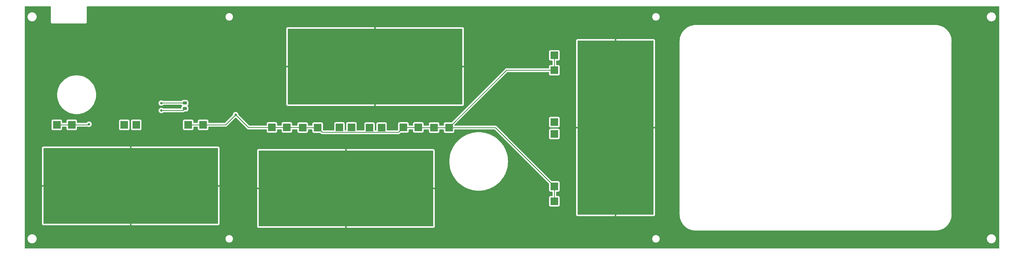
<source format=gtl>
G04 #@! TF.GenerationSoftware,KiCad,Pcbnew,(6.0.4-0)*
G04 #@! TF.CreationDate,2022-09-21T16:46:56-05:00*
G04 #@! TF.ProjectId,Y+,592b2e6b-6963-4616-945f-706362585858,4*
G04 #@! TF.SameCoordinates,Original*
G04 #@! TF.FileFunction,Copper,L1,Top*
G04 #@! TF.FilePolarity,Positive*
%FSLAX46Y46*%
G04 Gerber Fmt 4.6, Leading zero omitted, Abs format (unit mm)*
G04 Created by KiCad (PCBNEW (6.0.4-0)) date 2022-09-21 16:46:56*
%MOMM*%
%LPD*%
G01*
G04 APERTURE LIST*
G04 Aperture macros list*
%AMRoundRect*
0 Rectangle with rounded corners*
0 $1 Rounding radius*
0 $2 $3 $4 $5 $6 $7 $8 $9 X,Y pos of 4 corners*
0 Add a 4 corners polygon primitive as box body*
4,1,4,$2,$3,$4,$5,$6,$7,$8,$9,$2,$3,0*
0 Add four circle primitives for the rounded corners*
1,1,$1+$1,$2,$3*
1,1,$1+$1,$4,$5*
1,1,$1+$1,$6,$7*
1,1,$1+$1,$8,$9*
0 Add four rect primitives between the rounded corners*
20,1,$1+$1,$2,$3,$4,$5,0*
20,1,$1+$1,$4,$5,$6,$7,0*
20,1,$1+$1,$6,$7,$8,$9,0*
20,1,$1+$1,$8,$9,$2,$3,0*%
G04 Aperture macros list end*
G04 #@! TA.AperFunction,SMDPad,CuDef*
%ADD10RoundRect,0.243750X-0.456250X0.243750X-0.456250X-0.243750X0.456250X-0.243750X0.456250X0.243750X0*%
G04 #@! TD*
G04 #@! TA.AperFunction,SMDPad,CuDef*
%ADD11R,58.420000X25.400000*%
G04 #@! TD*
G04 #@! TA.AperFunction,SMDPad,CuDef*
%ADD12R,2.500000X2.500000*%
G04 #@! TD*
G04 #@! TA.AperFunction,SMDPad,CuDef*
%ADD13R,25.400000X58.420000*%
G04 #@! TD*
G04 #@! TA.AperFunction,ViaPad*
%ADD14C,0.800000*%
G04 #@! TD*
G04 #@! TA.AperFunction,Conductor*
%ADD15C,0.250000*%
G04 #@! TD*
G04 APERTURE END LIST*
D10*
X180600000Y-218462500D03*
X180600000Y-220337500D03*
D11*
X244290000Y-206225000D03*
D12*
X269040000Y-226725000D03*
X264040000Y-226725000D03*
X225040000Y-226725000D03*
X220040000Y-226725000D03*
X242440000Y-226725000D03*
X246440000Y-226725000D03*
D11*
X234510000Y-247175000D03*
D12*
X209760000Y-226675000D03*
X253760000Y-226675000D03*
X214760000Y-226675000D03*
X258760000Y-226675000D03*
X232360000Y-226675000D03*
X236360000Y-226675000D03*
D13*
X324800000Y-226730000D03*
D12*
X304300000Y-246480000D03*
X304300000Y-207480000D03*
X304300000Y-202480000D03*
X304300000Y-251480000D03*
X304300000Y-228880000D03*
X304300000Y-224880000D03*
D11*
X162470000Y-246300000D03*
D12*
X137720000Y-225800000D03*
X186720000Y-225800000D03*
X142720000Y-225800000D03*
X181720000Y-225800000D03*
X164320000Y-225800000D03*
X160320000Y-225800000D03*
D14*
X148500000Y-225600000D03*
X197600000Y-222400000D03*
X170800000Y-225400000D03*
X172700000Y-218500000D03*
X172720000Y-220980000D03*
D15*
X214760000Y-226675000D02*
X219990000Y-226675000D01*
X252135489Y-228299511D02*
X226614511Y-228299511D01*
X258810000Y-226725000D02*
X258760000Y-226675000D01*
X142720000Y-225800000D02*
X148300000Y-225800000D01*
X209760000Y-226675000D02*
X201875000Y-226675000D01*
X226614511Y-228299511D02*
X225040000Y-226725000D01*
X304300000Y-246480000D02*
X284545000Y-226725000D01*
X284545000Y-226725000D02*
X269040000Y-226725000D01*
X269040000Y-226725000D02*
X264040000Y-226725000D01*
X253760000Y-226675000D02*
X252135489Y-228299511D01*
X181720000Y-225800000D02*
X186720000Y-225800000D01*
X209760000Y-226675000D02*
X214760000Y-226675000D01*
X219990000Y-226675000D02*
X220040000Y-226725000D01*
X220040000Y-226725000D02*
X225040000Y-226725000D01*
X137720000Y-225800000D02*
X142720000Y-225800000D01*
X304300000Y-246480000D02*
X304300000Y-251480000D01*
X258760000Y-226675000D02*
X253760000Y-226675000D01*
X201875000Y-226675000D02*
X197600000Y-222400000D01*
X304300000Y-202480000D02*
X304300000Y-207480000D01*
X304300000Y-207480000D02*
X288285000Y-207480000D01*
X264040000Y-226725000D02*
X258810000Y-226725000D01*
X186720000Y-225800000D02*
X194200000Y-225800000D01*
X194200000Y-225800000D02*
X197600000Y-222400000D01*
X288285000Y-207480000D02*
X269040000Y-226725000D01*
X148300000Y-225800000D02*
X148500000Y-225600000D01*
X172720000Y-218440000D02*
X180577500Y-218440000D01*
X180577500Y-218440000D02*
X180600000Y-218462500D01*
X179957500Y-220980000D02*
X180600000Y-220337500D01*
X172720000Y-220980000D02*
X179957500Y-220980000D01*
G04 #@! TA.AperFunction,Conductor*
G36*
X135683621Y-186075002D02*
G01*
X135730114Y-186128658D01*
X135741500Y-186181000D01*
X135741500Y-191291377D01*
X135741498Y-191292147D01*
X135741024Y-191369721D01*
X135743491Y-191378352D01*
X135749150Y-191398153D01*
X135752728Y-191414915D01*
X135756920Y-191444187D01*
X135760634Y-191452355D01*
X135760634Y-191452356D01*
X135767548Y-191467562D01*
X135773996Y-191485086D01*
X135781051Y-191509771D01*
X135785843Y-191517365D01*
X135785844Y-191517368D01*
X135796830Y-191534780D01*
X135804969Y-191549863D01*
X135817208Y-191576782D01*
X135823069Y-191583584D01*
X135833970Y-191596235D01*
X135845073Y-191611239D01*
X135858776Y-191632958D01*
X135865501Y-191638897D01*
X135865504Y-191638901D01*
X135880938Y-191652532D01*
X135892982Y-191664724D01*
X135906427Y-191680327D01*
X135906430Y-191680329D01*
X135912287Y-191687127D01*
X135919816Y-191692007D01*
X135919817Y-191692008D01*
X135933835Y-191701094D01*
X135948709Y-191712385D01*
X135961217Y-191723431D01*
X135967951Y-191729378D01*
X135994711Y-191741942D01*
X136009691Y-191750263D01*
X136026983Y-191761471D01*
X136026988Y-191761473D01*
X136034515Y-191766352D01*
X136043108Y-191768922D01*
X136043113Y-191768924D01*
X136059120Y-191773711D01*
X136076564Y-191780372D01*
X136091676Y-191787467D01*
X136091678Y-191787468D01*
X136099800Y-191791281D01*
X136108667Y-191792662D01*
X136108668Y-191792662D01*
X136111353Y-191793080D01*
X136129017Y-191795830D01*
X136145732Y-191799613D01*
X136165466Y-191805515D01*
X136165472Y-191805516D01*
X136174066Y-191808086D01*
X136183037Y-191808141D01*
X136183038Y-191808141D01*
X136193097Y-191808202D01*
X136208506Y-191808296D01*
X136209289Y-191808329D01*
X136210386Y-191808500D01*
X136241377Y-191808500D01*
X136242147Y-191808502D01*
X136315785Y-191808952D01*
X136315786Y-191808952D01*
X136319721Y-191808976D01*
X136321065Y-191808592D01*
X136322410Y-191808500D01*
X147241377Y-191808500D01*
X147242148Y-191808502D01*
X147319721Y-191808976D01*
X147348152Y-191800850D01*
X147364915Y-191797272D01*
X147365753Y-191797152D01*
X147394187Y-191793080D01*
X147417564Y-191782451D01*
X147435087Y-191776004D01*
X147459771Y-191768949D01*
X147467365Y-191764157D01*
X147467368Y-191764156D01*
X147484780Y-191753170D01*
X147499865Y-191745030D01*
X147526782Y-191732792D01*
X147546235Y-191716030D01*
X147561239Y-191704927D01*
X147582958Y-191691224D01*
X147588897Y-191684499D01*
X147588901Y-191684496D01*
X147602532Y-191669062D01*
X147614724Y-191657018D01*
X147630327Y-191643573D01*
X147630329Y-191643570D01*
X147637127Y-191637713D01*
X147651094Y-191616165D01*
X147662385Y-191601291D01*
X147673431Y-191588783D01*
X147673432Y-191588782D01*
X147679378Y-191582049D01*
X147691943Y-191555287D01*
X147700263Y-191540309D01*
X147711471Y-191523017D01*
X147711473Y-191523012D01*
X147716352Y-191515485D01*
X147718922Y-191506892D01*
X147718924Y-191506887D01*
X147723711Y-191490880D01*
X147730372Y-191473436D01*
X147737467Y-191458324D01*
X147737468Y-191458322D01*
X147741281Y-191450200D01*
X147745830Y-191420983D01*
X147749613Y-191404268D01*
X147755515Y-191384534D01*
X147755516Y-191384528D01*
X147758086Y-191375934D01*
X147758296Y-191341494D01*
X147758329Y-191340711D01*
X147758500Y-191339614D01*
X147758500Y-191308623D01*
X147758502Y-191307853D01*
X147758952Y-191234215D01*
X147758952Y-191234214D01*
X147758976Y-191230279D01*
X147758592Y-191228935D01*
X147758500Y-191227590D01*
X147758500Y-189550000D01*
X194196693Y-189550000D01*
X194215885Y-189769371D01*
X194272880Y-189982076D01*
X194298832Y-190037731D01*
X194363618Y-190176666D01*
X194363621Y-190176671D01*
X194365944Y-190181653D01*
X194369100Y-190186160D01*
X194369101Y-190186162D01*
X194401470Y-190232389D01*
X194492251Y-190362038D01*
X194647962Y-190517749D01*
X194828346Y-190644056D01*
X195027924Y-190737120D01*
X195240629Y-190794115D01*
X195460000Y-190813307D01*
X195679371Y-190794115D01*
X195892076Y-190737120D01*
X196091654Y-190644056D01*
X196272038Y-190517749D01*
X196427749Y-190362038D01*
X196518531Y-190232389D01*
X196550899Y-190186162D01*
X196550900Y-190186160D01*
X196554056Y-190181653D01*
X196556379Y-190176671D01*
X196556382Y-190176666D01*
X196621168Y-190037731D01*
X196647120Y-189982076D01*
X196704115Y-189769371D01*
X196723307Y-189550000D01*
X337046693Y-189550000D01*
X337065885Y-189769371D01*
X337122880Y-189982076D01*
X337148832Y-190037731D01*
X337213618Y-190176666D01*
X337213621Y-190176671D01*
X337215944Y-190181653D01*
X337219100Y-190186160D01*
X337219101Y-190186162D01*
X337251470Y-190232389D01*
X337342251Y-190362038D01*
X337497962Y-190517749D01*
X337678346Y-190644056D01*
X337877924Y-190737120D01*
X338090629Y-190794115D01*
X338310000Y-190813307D01*
X338529371Y-190794115D01*
X338742076Y-190737120D01*
X338941654Y-190644056D01*
X339122038Y-190517749D01*
X339277749Y-190362038D01*
X339368531Y-190232389D01*
X339400899Y-190186162D01*
X339400900Y-190186160D01*
X339404056Y-190181653D01*
X339406379Y-190176671D01*
X339406382Y-190176666D01*
X339471168Y-190037731D01*
X339497120Y-189982076D01*
X339554115Y-189769371D01*
X339573307Y-189550000D01*
X449096835Y-189550000D01*
X449115465Y-189786711D01*
X449116619Y-189791518D01*
X449116620Y-189791524D01*
X449146601Y-189916401D01*
X449170895Y-190017594D01*
X449172788Y-190022165D01*
X449172789Y-190022167D01*
X449240718Y-190186162D01*
X449261760Y-190236963D01*
X449264346Y-190241183D01*
X449383241Y-190435202D01*
X449383245Y-190435208D01*
X449385824Y-190439416D01*
X449540031Y-190619969D01*
X449720584Y-190774176D01*
X449724792Y-190776755D01*
X449724798Y-190776759D01*
X449918817Y-190895654D01*
X449923037Y-190898240D01*
X449927607Y-190900133D01*
X449927611Y-190900135D01*
X450137833Y-190987211D01*
X450142406Y-190989105D01*
X450222609Y-191008360D01*
X450368476Y-191043380D01*
X450368482Y-191043381D01*
X450373289Y-191044535D01*
X450610000Y-191063165D01*
X450846711Y-191044535D01*
X450851518Y-191043381D01*
X450851524Y-191043380D01*
X450997391Y-191008360D01*
X451077594Y-190989105D01*
X451082167Y-190987211D01*
X451292389Y-190900135D01*
X451292393Y-190900133D01*
X451296963Y-190898240D01*
X451301183Y-190895654D01*
X451495202Y-190776759D01*
X451495208Y-190776755D01*
X451499416Y-190774176D01*
X451679969Y-190619969D01*
X451834176Y-190439416D01*
X451836755Y-190435208D01*
X451836759Y-190435202D01*
X451955654Y-190241183D01*
X451958240Y-190236963D01*
X451979283Y-190186162D01*
X452047211Y-190022167D01*
X452047212Y-190022165D01*
X452049105Y-190017594D01*
X452073399Y-189916401D01*
X452103380Y-189791524D01*
X452103381Y-189791518D01*
X452104535Y-189786711D01*
X452123165Y-189550000D01*
X452104535Y-189313289D01*
X452096581Y-189280155D01*
X452050260Y-189087218D01*
X452049105Y-189082406D01*
X451981150Y-188918347D01*
X451960135Y-188867611D01*
X451960133Y-188867607D01*
X451958240Y-188863037D01*
X451881594Y-188737962D01*
X451836759Y-188664798D01*
X451836755Y-188664792D01*
X451834176Y-188660584D01*
X451679969Y-188480031D01*
X451499416Y-188325824D01*
X451495208Y-188323245D01*
X451495202Y-188323241D01*
X451301183Y-188204346D01*
X451296963Y-188201760D01*
X451292393Y-188199867D01*
X451292389Y-188199865D01*
X451082167Y-188112789D01*
X451082165Y-188112788D01*
X451077594Y-188110895D01*
X450997391Y-188091640D01*
X450851524Y-188056620D01*
X450851518Y-188056619D01*
X450846711Y-188055465D01*
X450610000Y-188036835D01*
X450373289Y-188055465D01*
X450368482Y-188056619D01*
X450368476Y-188056620D01*
X450222609Y-188091640D01*
X450142406Y-188110895D01*
X450137835Y-188112788D01*
X450137833Y-188112789D01*
X449927611Y-188199865D01*
X449927607Y-188199867D01*
X449923037Y-188201760D01*
X449918817Y-188204346D01*
X449724798Y-188323241D01*
X449724792Y-188323245D01*
X449720584Y-188325824D01*
X449540031Y-188480031D01*
X449385824Y-188660584D01*
X449383245Y-188664792D01*
X449383241Y-188664798D01*
X449338406Y-188737962D01*
X449261760Y-188863037D01*
X449259867Y-188867607D01*
X449259865Y-188867611D01*
X449238850Y-188918347D01*
X449170895Y-189082406D01*
X449169740Y-189087218D01*
X449123420Y-189280155D01*
X449115465Y-189313289D01*
X449097308Y-189543995D01*
X449096835Y-189550000D01*
X339573307Y-189550000D01*
X339554115Y-189330629D01*
X339497120Y-189117924D01*
X339453585Y-189024562D01*
X339406382Y-188923334D01*
X339406379Y-188923329D01*
X339404056Y-188918347D01*
X339400899Y-188913838D01*
X339280908Y-188742473D01*
X339280906Y-188742470D01*
X339277749Y-188737962D01*
X339122038Y-188582251D01*
X338941654Y-188455944D01*
X338742076Y-188362880D01*
X338529371Y-188305885D01*
X338310000Y-188286693D01*
X338090629Y-188305885D01*
X337877924Y-188362880D01*
X337784562Y-188406415D01*
X337683334Y-188453618D01*
X337683329Y-188453621D01*
X337678347Y-188455944D01*
X337673840Y-188459100D01*
X337673838Y-188459101D01*
X337502473Y-188579092D01*
X337502470Y-188579094D01*
X337497962Y-188582251D01*
X337342251Y-188737962D01*
X337339094Y-188742470D01*
X337339092Y-188742473D01*
X337219101Y-188913838D01*
X337215944Y-188918347D01*
X337213621Y-188923329D01*
X337213618Y-188923334D01*
X337166415Y-189024562D01*
X337122880Y-189117924D01*
X337065885Y-189330629D01*
X337046693Y-189550000D01*
X196723307Y-189550000D01*
X196704115Y-189330629D01*
X196647120Y-189117924D01*
X196603585Y-189024562D01*
X196556382Y-188923334D01*
X196556379Y-188923329D01*
X196554056Y-188918347D01*
X196550899Y-188913838D01*
X196430908Y-188742473D01*
X196430906Y-188742470D01*
X196427749Y-188737962D01*
X196272038Y-188582251D01*
X196091654Y-188455944D01*
X195892076Y-188362880D01*
X195679371Y-188305885D01*
X195460000Y-188286693D01*
X195240629Y-188305885D01*
X195027924Y-188362880D01*
X194934562Y-188406415D01*
X194833334Y-188453618D01*
X194833329Y-188453621D01*
X194828347Y-188455944D01*
X194823840Y-188459100D01*
X194823838Y-188459101D01*
X194652473Y-188579092D01*
X194652470Y-188579094D01*
X194647962Y-188582251D01*
X194492251Y-188737962D01*
X194489094Y-188742470D01*
X194489092Y-188742473D01*
X194369101Y-188913838D01*
X194365944Y-188918347D01*
X194363621Y-188923329D01*
X194363618Y-188923334D01*
X194316415Y-189024562D01*
X194272880Y-189117924D01*
X194215885Y-189330629D01*
X194196693Y-189550000D01*
X147758500Y-189550000D01*
X147758500Y-186181000D01*
X147778502Y-186112879D01*
X147832158Y-186066386D01*
X147884500Y-186055000D01*
X453125500Y-186055000D01*
X453193621Y-186075002D01*
X453240114Y-186128658D01*
X453251500Y-186181000D01*
X453251500Y-267209000D01*
X453231498Y-267277121D01*
X453177842Y-267323614D01*
X453125500Y-267335000D01*
X127126000Y-267335000D01*
X127057879Y-267314998D01*
X127011386Y-267261342D01*
X127000000Y-267209000D01*
X127000000Y-264050000D01*
X127946835Y-264050000D01*
X127965465Y-264286711D01*
X127966619Y-264291518D01*
X127966620Y-264291524D01*
X127996601Y-264416401D01*
X128020895Y-264517594D01*
X128022788Y-264522165D01*
X128022789Y-264522167D01*
X128090718Y-264686162D01*
X128111760Y-264736963D01*
X128114346Y-264741183D01*
X128233241Y-264935202D01*
X128233245Y-264935208D01*
X128235824Y-264939416D01*
X128390031Y-265119969D01*
X128570584Y-265274176D01*
X128574792Y-265276755D01*
X128574798Y-265276759D01*
X128768817Y-265395654D01*
X128773037Y-265398240D01*
X128777607Y-265400133D01*
X128777611Y-265400135D01*
X128987833Y-265487211D01*
X128992406Y-265489105D01*
X129072609Y-265508360D01*
X129218476Y-265543380D01*
X129218482Y-265543381D01*
X129223289Y-265544535D01*
X129460000Y-265563165D01*
X129696711Y-265544535D01*
X129701518Y-265543381D01*
X129701524Y-265543380D01*
X129847391Y-265508360D01*
X129927594Y-265489105D01*
X129932167Y-265487211D01*
X130142389Y-265400135D01*
X130142393Y-265400133D01*
X130146963Y-265398240D01*
X130151183Y-265395654D01*
X130345202Y-265276759D01*
X130345208Y-265276755D01*
X130349416Y-265274176D01*
X130529969Y-265119969D01*
X130684176Y-264939416D01*
X130686755Y-264935208D01*
X130686759Y-264935202D01*
X130805654Y-264741183D01*
X130808240Y-264736963D01*
X130829283Y-264686162D01*
X130897211Y-264522167D01*
X130897212Y-264522165D01*
X130899105Y-264517594D01*
X130923399Y-264416401D01*
X130953380Y-264291524D01*
X130953381Y-264291518D01*
X130954535Y-264286711D01*
X130973165Y-264050000D01*
X194196693Y-264050000D01*
X194215885Y-264269371D01*
X194272880Y-264482076D01*
X194298832Y-264537731D01*
X194363618Y-264676666D01*
X194363621Y-264676671D01*
X194365944Y-264681653D01*
X194369100Y-264686160D01*
X194369101Y-264686162D01*
X194401470Y-264732389D01*
X194492251Y-264862038D01*
X194647962Y-265017749D01*
X194828346Y-265144056D01*
X195027924Y-265237120D01*
X195240629Y-265294115D01*
X195460000Y-265313307D01*
X195679371Y-265294115D01*
X195892076Y-265237120D01*
X196091654Y-265144056D01*
X196272038Y-265017749D01*
X196427749Y-264862038D01*
X196518531Y-264732389D01*
X196550899Y-264686162D01*
X196550900Y-264686160D01*
X196554056Y-264681653D01*
X196556379Y-264676671D01*
X196556382Y-264676666D01*
X196621168Y-264537731D01*
X196647120Y-264482076D01*
X196704115Y-264269371D01*
X196723307Y-264050000D01*
X337046693Y-264050000D01*
X337065885Y-264269371D01*
X337122880Y-264482076D01*
X337148832Y-264537731D01*
X337213618Y-264676666D01*
X337213621Y-264676671D01*
X337215944Y-264681653D01*
X337219100Y-264686160D01*
X337219101Y-264686162D01*
X337251470Y-264732389D01*
X337342251Y-264862038D01*
X337497962Y-265017749D01*
X337678346Y-265144056D01*
X337877924Y-265237120D01*
X338090629Y-265294115D01*
X338310000Y-265313307D01*
X338529371Y-265294115D01*
X338742076Y-265237120D01*
X338941654Y-265144056D01*
X339122038Y-265017749D01*
X339277749Y-264862038D01*
X339368531Y-264732389D01*
X339400899Y-264686162D01*
X339400900Y-264686160D01*
X339404056Y-264681653D01*
X339406379Y-264676671D01*
X339406382Y-264676666D01*
X339471168Y-264537731D01*
X339497120Y-264482076D01*
X339554115Y-264269371D01*
X339573307Y-264050000D01*
X449096835Y-264050000D01*
X449115465Y-264286711D01*
X449116619Y-264291518D01*
X449116620Y-264291524D01*
X449146601Y-264416401D01*
X449170895Y-264517594D01*
X449172788Y-264522165D01*
X449172789Y-264522167D01*
X449240718Y-264686162D01*
X449261760Y-264736963D01*
X449264346Y-264741183D01*
X449383241Y-264935202D01*
X449383245Y-264935208D01*
X449385824Y-264939416D01*
X449540031Y-265119969D01*
X449720584Y-265274176D01*
X449724792Y-265276755D01*
X449724798Y-265276759D01*
X449918817Y-265395654D01*
X449923037Y-265398240D01*
X449927607Y-265400133D01*
X449927611Y-265400135D01*
X450137833Y-265487211D01*
X450142406Y-265489105D01*
X450222609Y-265508360D01*
X450368476Y-265543380D01*
X450368482Y-265543381D01*
X450373289Y-265544535D01*
X450610000Y-265563165D01*
X450846711Y-265544535D01*
X450851518Y-265543381D01*
X450851524Y-265543380D01*
X450997391Y-265508360D01*
X451077594Y-265489105D01*
X451082167Y-265487211D01*
X451292389Y-265400135D01*
X451292393Y-265400133D01*
X451296963Y-265398240D01*
X451301183Y-265395654D01*
X451495202Y-265276759D01*
X451495208Y-265276755D01*
X451499416Y-265274176D01*
X451679969Y-265119969D01*
X451834176Y-264939416D01*
X451836755Y-264935208D01*
X451836759Y-264935202D01*
X451955654Y-264741183D01*
X451958240Y-264736963D01*
X451979283Y-264686162D01*
X452047211Y-264522167D01*
X452047212Y-264522165D01*
X452049105Y-264517594D01*
X452073399Y-264416401D01*
X452103380Y-264291524D01*
X452103381Y-264291518D01*
X452104535Y-264286711D01*
X452123165Y-264050000D01*
X452104535Y-263813289D01*
X452096581Y-263780155D01*
X452050260Y-263587218D01*
X452049105Y-263582406D01*
X451981150Y-263418347D01*
X451960135Y-263367611D01*
X451960133Y-263367607D01*
X451958240Y-263363037D01*
X451881594Y-263237962D01*
X451836759Y-263164798D01*
X451836755Y-263164792D01*
X451834176Y-263160584D01*
X451679969Y-262980031D01*
X451499416Y-262825824D01*
X451495208Y-262823245D01*
X451495202Y-262823241D01*
X451301183Y-262704346D01*
X451296963Y-262701760D01*
X451292393Y-262699867D01*
X451292389Y-262699865D01*
X451082167Y-262612789D01*
X451082165Y-262612788D01*
X451077594Y-262610895D01*
X450997391Y-262591640D01*
X450851524Y-262556620D01*
X450851518Y-262556619D01*
X450846711Y-262555465D01*
X450610000Y-262536835D01*
X450373289Y-262555465D01*
X450368482Y-262556619D01*
X450368476Y-262556620D01*
X450222609Y-262591640D01*
X450142406Y-262610895D01*
X450137835Y-262612788D01*
X450137833Y-262612789D01*
X449927611Y-262699865D01*
X449927607Y-262699867D01*
X449923037Y-262701760D01*
X449918817Y-262704346D01*
X449724798Y-262823241D01*
X449724792Y-262823245D01*
X449720584Y-262825824D01*
X449540031Y-262980031D01*
X449385824Y-263160584D01*
X449383245Y-263164792D01*
X449383241Y-263164798D01*
X449338406Y-263237962D01*
X449261760Y-263363037D01*
X449259867Y-263367607D01*
X449259865Y-263367611D01*
X449238850Y-263418347D01*
X449170895Y-263582406D01*
X449169740Y-263587218D01*
X449123420Y-263780155D01*
X449115465Y-263813289D01*
X449097308Y-264043995D01*
X449096835Y-264050000D01*
X339573307Y-264050000D01*
X339554115Y-263830629D01*
X339497120Y-263617924D01*
X339453585Y-263524562D01*
X339406382Y-263423334D01*
X339406379Y-263423329D01*
X339404056Y-263418347D01*
X339400899Y-263413838D01*
X339280908Y-263242473D01*
X339280906Y-263242470D01*
X339277749Y-263237962D01*
X339122038Y-263082251D01*
X338941654Y-262955944D01*
X338742076Y-262862880D01*
X338529371Y-262805885D01*
X338310000Y-262786693D01*
X338090629Y-262805885D01*
X337877924Y-262862880D01*
X337784562Y-262906415D01*
X337683334Y-262953618D01*
X337683329Y-262953621D01*
X337678347Y-262955944D01*
X337673840Y-262959100D01*
X337673838Y-262959101D01*
X337502473Y-263079092D01*
X337502470Y-263079094D01*
X337497962Y-263082251D01*
X337342251Y-263237962D01*
X337339094Y-263242470D01*
X337339092Y-263242473D01*
X337219101Y-263413838D01*
X337215944Y-263418347D01*
X337213621Y-263423329D01*
X337213618Y-263423334D01*
X337166415Y-263524562D01*
X337122880Y-263617924D01*
X337065885Y-263830629D01*
X337046693Y-264050000D01*
X196723307Y-264050000D01*
X196704115Y-263830629D01*
X196647120Y-263617924D01*
X196603585Y-263524562D01*
X196556382Y-263423334D01*
X196556379Y-263423329D01*
X196554056Y-263418347D01*
X196550899Y-263413838D01*
X196430908Y-263242473D01*
X196430906Y-263242470D01*
X196427749Y-263237962D01*
X196272038Y-263082251D01*
X196091654Y-262955944D01*
X195892076Y-262862880D01*
X195679371Y-262805885D01*
X195460000Y-262786693D01*
X195240629Y-262805885D01*
X195027924Y-262862880D01*
X194934562Y-262906415D01*
X194833334Y-262953618D01*
X194833329Y-262953621D01*
X194828347Y-262955944D01*
X194823840Y-262959100D01*
X194823838Y-262959101D01*
X194652473Y-263079092D01*
X194652470Y-263079094D01*
X194647962Y-263082251D01*
X194492251Y-263237962D01*
X194489094Y-263242470D01*
X194489092Y-263242473D01*
X194369101Y-263413838D01*
X194365944Y-263418347D01*
X194363621Y-263423329D01*
X194363618Y-263423334D01*
X194316415Y-263524562D01*
X194272880Y-263617924D01*
X194215885Y-263830629D01*
X194196693Y-264050000D01*
X130973165Y-264050000D01*
X130954535Y-263813289D01*
X130946581Y-263780155D01*
X130900260Y-263587218D01*
X130899105Y-263582406D01*
X130831150Y-263418347D01*
X130810135Y-263367611D01*
X130810133Y-263367607D01*
X130808240Y-263363037D01*
X130731594Y-263237962D01*
X130686759Y-263164798D01*
X130686755Y-263164792D01*
X130684176Y-263160584D01*
X130529969Y-262980031D01*
X130349416Y-262825824D01*
X130345208Y-262823245D01*
X130345202Y-262823241D01*
X130151183Y-262704346D01*
X130146963Y-262701760D01*
X130142393Y-262699867D01*
X130142389Y-262699865D01*
X129932167Y-262612789D01*
X129932165Y-262612788D01*
X129927594Y-262610895D01*
X129847391Y-262591640D01*
X129701524Y-262556620D01*
X129701518Y-262556619D01*
X129696711Y-262555465D01*
X129460000Y-262536835D01*
X129223289Y-262555465D01*
X129218482Y-262556619D01*
X129218476Y-262556620D01*
X129072609Y-262591640D01*
X128992406Y-262610895D01*
X128987835Y-262612788D01*
X128987833Y-262612789D01*
X128777611Y-262699865D01*
X128777607Y-262699867D01*
X128773037Y-262701760D01*
X128768817Y-262704346D01*
X128574798Y-262823241D01*
X128574792Y-262823245D01*
X128570584Y-262825824D01*
X128390031Y-262980031D01*
X128235824Y-263160584D01*
X128233245Y-263164792D01*
X128233241Y-263164798D01*
X128188406Y-263237962D01*
X128111760Y-263363037D01*
X128109867Y-263367607D01*
X128109865Y-263367611D01*
X128088850Y-263418347D01*
X128020895Y-263582406D01*
X128019740Y-263587218D01*
X127973420Y-263780155D01*
X127965465Y-263813289D01*
X127947308Y-264043995D01*
X127946835Y-264050000D01*
X127000000Y-264050000D01*
X127000000Y-259919669D01*
X204792001Y-259919669D01*
X204792371Y-259926490D01*
X204797895Y-259977352D01*
X204801521Y-259992604D01*
X204846676Y-260113054D01*
X204855214Y-260128649D01*
X204931715Y-260230724D01*
X204944276Y-260243285D01*
X205046351Y-260319786D01*
X205061946Y-260328324D01*
X205182394Y-260373478D01*
X205197649Y-260377105D01*
X205248514Y-260382631D01*
X205255328Y-260383000D01*
X234237885Y-260383000D01*
X234253124Y-260378525D01*
X234254329Y-260377135D01*
X234256000Y-260369452D01*
X234256000Y-260364884D01*
X234764000Y-260364884D01*
X234768475Y-260380123D01*
X234769865Y-260381328D01*
X234777548Y-260382999D01*
X263764669Y-260382999D01*
X263771490Y-260382629D01*
X263822352Y-260377105D01*
X263837604Y-260373479D01*
X263958054Y-260328324D01*
X263973649Y-260319786D01*
X264075724Y-260243285D01*
X264088285Y-260230724D01*
X264164786Y-260128649D01*
X264173324Y-260113054D01*
X264218478Y-259992606D01*
X264222105Y-259977351D01*
X264227631Y-259926486D01*
X264228000Y-259919672D01*
X264228000Y-255984669D01*
X311592001Y-255984669D01*
X311592371Y-255991490D01*
X311597895Y-256042352D01*
X311601521Y-256057604D01*
X311646676Y-256178054D01*
X311655214Y-256193649D01*
X311731715Y-256295724D01*
X311744276Y-256308285D01*
X311846351Y-256384786D01*
X311861946Y-256393324D01*
X311982394Y-256438478D01*
X311997649Y-256442105D01*
X312048514Y-256447631D01*
X312055328Y-256448000D01*
X324527885Y-256448000D01*
X324543124Y-256443525D01*
X324544329Y-256442135D01*
X324546000Y-256434452D01*
X324546000Y-256429884D01*
X325054000Y-256429884D01*
X325058475Y-256445123D01*
X325059865Y-256446328D01*
X325067548Y-256447999D01*
X337544669Y-256447999D01*
X337551490Y-256447629D01*
X337602352Y-256442105D01*
X337617604Y-256438479D01*
X337738054Y-256393324D01*
X337753649Y-256384786D01*
X337855724Y-256308285D01*
X337868285Y-256295724D01*
X337944786Y-256193649D01*
X337953324Y-256178054D01*
X337998478Y-256057606D01*
X338002105Y-256042351D01*
X338007631Y-255991486D01*
X338008000Y-255984672D01*
X338008000Y-255893724D01*
X346246309Y-255893724D01*
X346247130Y-255900000D01*
X346246876Y-255900000D01*
X346265365Y-256347012D01*
X346320704Y-256790971D01*
X346412516Y-257228843D01*
X346540174Y-257657638D01*
X346702805Y-258074427D01*
X346899300Y-258476362D01*
X347128314Y-258860698D01*
X347388285Y-259224810D01*
X347677435Y-259566209D01*
X347993791Y-259882565D01*
X348335190Y-260171715D01*
X348699302Y-260431686D01*
X348701536Y-260433017D01*
X349081397Y-260659365D01*
X349081403Y-260659368D01*
X349083638Y-260660700D01*
X349485573Y-260857195D01*
X349902362Y-261019826D01*
X350331157Y-261147484D01*
X350769029Y-261239296D01*
X351212988Y-261294635D01*
X351446286Y-261304284D01*
X351632121Y-261311971D01*
X351638170Y-261312367D01*
X351642652Y-261312769D01*
X351647448Y-261313576D01*
X351653793Y-261313653D01*
X351655140Y-261313670D01*
X351655143Y-261313670D01*
X351660000Y-261313729D01*
X351687624Y-261309773D01*
X351705486Y-261308500D01*
X431806750Y-261308500D01*
X431827655Y-261310246D01*
X431842656Y-261312770D01*
X431842659Y-261312770D01*
X431847448Y-261313576D01*
X431853471Y-261313649D01*
X431855133Y-261313670D01*
X431855137Y-261313670D01*
X431860000Y-261313729D01*
X431864824Y-261313038D01*
X431868119Y-261312823D01*
X431871096Y-261312665D01*
X432307012Y-261294635D01*
X432750971Y-261239296D01*
X433188843Y-261147484D01*
X433617638Y-261019826D01*
X434034427Y-260857195D01*
X434436362Y-260660700D01*
X434438597Y-260659368D01*
X434438603Y-260659365D01*
X434818464Y-260433017D01*
X434820698Y-260431686D01*
X435184810Y-260171715D01*
X435526209Y-259882565D01*
X435842565Y-259566209D01*
X436131715Y-259224810D01*
X436391686Y-258860698D01*
X436620700Y-258476362D01*
X436817195Y-258074427D01*
X436979826Y-257657638D01*
X437107484Y-257228843D01*
X437199296Y-256790971D01*
X437254635Y-256347012D01*
X437271971Y-255927879D01*
X437272367Y-255921830D01*
X437272769Y-255917348D01*
X437273576Y-255912552D01*
X437273729Y-255900000D01*
X437269773Y-255872376D01*
X437268500Y-255854514D01*
X437268500Y-197753250D01*
X437270246Y-197732345D01*
X437272770Y-197717344D01*
X437272770Y-197717341D01*
X437273576Y-197712552D01*
X437273729Y-197700000D01*
X437273038Y-197695176D01*
X437272823Y-197691881D01*
X437272664Y-197688890D01*
X437272565Y-197686495D01*
X437254635Y-197252988D01*
X437199296Y-196809029D01*
X437107484Y-196371157D01*
X436979826Y-195942362D01*
X436817195Y-195525573D01*
X436620700Y-195123638D01*
X436391686Y-194739302D01*
X436131715Y-194375190D01*
X435842565Y-194033791D01*
X435526209Y-193717435D01*
X435184810Y-193428285D01*
X434820698Y-193168314D01*
X434658518Y-193071676D01*
X434438603Y-192940635D01*
X434438597Y-192940632D01*
X434436362Y-192939300D01*
X434034427Y-192742805D01*
X433617638Y-192580174D01*
X433188843Y-192452516D01*
X432750971Y-192360704D01*
X432307012Y-192305365D01*
X432073714Y-192295716D01*
X431887879Y-192288029D01*
X431881830Y-192287633D01*
X431877348Y-192287231D01*
X431872552Y-192286424D01*
X431866207Y-192286347D01*
X431864860Y-192286330D01*
X431864857Y-192286330D01*
X431860000Y-192286271D01*
X431835679Y-192289754D01*
X431832376Y-192290227D01*
X431814514Y-192291500D01*
X351713250Y-192291500D01*
X351692345Y-192289754D01*
X351677344Y-192287230D01*
X351677341Y-192287230D01*
X351672552Y-192286424D01*
X351666529Y-192286351D01*
X351664867Y-192286330D01*
X351664863Y-192286330D01*
X351660000Y-192286271D01*
X351655176Y-192286962D01*
X351651881Y-192287177D01*
X351648904Y-192287335D01*
X351212988Y-192305365D01*
X350769029Y-192360704D01*
X350331157Y-192452516D01*
X349902362Y-192580174D01*
X349485573Y-192742805D01*
X349083638Y-192939300D01*
X349081403Y-192940632D01*
X349081397Y-192940635D01*
X348861482Y-193071676D01*
X348699302Y-193168314D01*
X348335190Y-193428285D01*
X347993791Y-193717435D01*
X347677435Y-194033791D01*
X347388285Y-194375190D01*
X347128314Y-194739302D01*
X346899300Y-195123638D01*
X346702805Y-195525573D01*
X346540174Y-195942362D01*
X346412516Y-196371157D01*
X346320704Y-196809029D01*
X346265365Y-197252988D01*
X346258555Y-197417648D01*
X346247730Y-197679358D01*
X346247713Y-197679530D01*
X346247695Y-197680213D01*
X346247435Y-197686495D01*
X346246309Y-197693724D01*
X346246937Y-197698526D01*
X346246876Y-197700000D01*
X346247130Y-197700000D01*
X346249398Y-197717344D01*
X346250436Y-197725283D01*
X346251500Y-197741620D01*
X346251500Y-255850633D01*
X346250000Y-255870018D01*
X346247690Y-255884851D01*
X346247690Y-255884855D01*
X346246309Y-255893724D01*
X338008000Y-255893724D01*
X338008000Y-227002115D01*
X338003525Y-226986876D01*
X338002135Y-226985671D01*
X337994452Y-226984000D01*
X325072115Y-226984000D01*
X325056876Y-226988475D01*
X325055671Y-226989865D01*
X325054000Y-226997548D01*
X325054000Y-256429884D01*
X324546000Y-256429884D01*
X324546000Y-227002115D01*
X324541525Y-226986876D01*
X324540135Y-226985671D01*
X324532452Y-226984000D01*
X311610116Y-226984000D01*
X311594877Y-226988475D01*
X311593672Y-226989865D01*
X311592001Y-226997548D01*
X311592001Y-255984669D01*
X264228000Y-255984669D01*
X264228000Y-247447115D01*
X264223525Y-247431876D01*
X264222135Y-247430671D01*
X264214452Y-247429000D01*
X234782115Y-247429000D01*
X234766876Y-247433475D01*
X234765671Y-247434865D01*
X234764000Y-247442548D01*
X234764000Y-260364884D01*
X234256000Y-260364884D01*
X234256000Y-247447115D01*
X234251525Y-247431876D01*
X234250135Y-247430671D01*
X234242452Y-247429000D01*
X204810116Y-247429000D01*
X204794877Y-247433475D01*
X204793672Y-247434865D01*
X204792001Y-247442548D01*
X204792001Y-259919669D01*
X127000000Y-259919669D01*
X127000000Y-259044669D01*
X132752001Y-259044669D01*
X132752371Y-259051490D01*
X132757895Y-259102352D01*
X132761521Y-259117604D01*
X132806676Y-259238054D01*
X132815214Y-259253649D01*
X132891715Y-259355724D01*
X132904276Y-259368285D01*
X133006351Y-259444786D01*
X133021946Y-259453324D01*
X133142394Y-259498478D01*
X133157649Y-259502105D01*
X133208514Y-259507631D01*
X133215328Y-259508000D01*
X162197885Y-259508000D01*
X162213124Y-259503525D01*
X162214329Y-259502135D01*
X162216000Y-259494452D01*
X162216000Y-259489884D01*
X162724000Y-259489884D01*
X162728475Y-259505123D01*
X162729865Y-259506328D01*
X162737548Y-259507999D01*
X191724669Y-259507999D01*
X191731490Y-259507629D01*
X191782352Y-259502105D01*
X191797604Y-259498479D01*
X191918054Y-259453324D01*
X191933649Y-259444786D01*
X192035724Y-259368285D01*
X192048285Y-259355724D01*
X192124786Y-259253649D01*
X192133324Y-259238054D01*
X192178478Y-259117606D01*
X192182105Y-259102351D01*
X192187631Y-259051486D01*
X192188000Y-259044672D01*
X192188000Y-246902885D01*
X204792000Y-246902885D01*
X204796475Y-246918124D01*
X204797865Y-246919329D01*
X204805548Y-246921000D01*
X234237885Y-246921000D01*
X234253124Y-246916525D01*
X234254329Y-246915135D01*
X234256000Y-246907452D01*
X234256000Y-246902885D01*
X234764000Y-246902885D01*
X234768475Y-246918124D01*
X234769865Y-246919329D01*
X234777548Y-246921000D01*
X264209884Y-246921000D01*
X264225123Y-246916525D01*
X264226328Y-246915135D01*
X264227999Y-246907452D01*
X264227999Y-238100000D01*
X269144283Y-238100000D01*
X269163652Y-238716334D01*
X269221683Y-239330236D01*
X269318146Y-239939282D01*
X269452662Y-240541070D01*
X269624698Y-241133223D01*
X269625361Y-241135064D01*
X269625366Y-241135080D01*
X269832908Y-241711548D01*
X269833577Y-241713406D01*
X270078474Y-242279329D01*
X270358422Y-242828758D01*
X270672316Y-243359524D01*
X271018918Y-243869534D01*
X271396860Y-244356773D01*
X271804650Y-244819321D01*
X272240679Y-245255350D01*
X272703227Y-245663140D01*
X273190466Y-246041082D01*
X273192098Y-246042191D01*
X273192102Y-246042194D01*
X273197703Y-246046000D01*
X273700476Y-246387684D01*
X274231242Y-246701578D01*
X274232986Y-246702467D01*
X274232994Y-246702471D01*
X274505956Y-246841552D01*
X274780671Y-246981526D01*
X275346594Y-247226423D01*
X275348450Y-247227091D01*
X275348452Y-247227092D01*
X275924920Y-247434634D01*
X275924936Y-247434639D01*
X275926777Y-247435302D01*
X275928659Y-247435849D01*
X275928672Y-247435853D01*
X276517012Y-247606781D01*
X276517019Y-247606783D01*
X276518930Y-247607338D01*
X276520878Y-247607773D01*
X276520888Y-247607776D01*
X276958783Y-247705657D01*
X277120718Y-247741854D01*
X277493120Y-247800836D01*
X277727805Y-247838007D01*
X277727814Y-247838008D01*
X277729764Y-247838317D01*
X277731733Y-247838503D01*
X277731740Y-247838504D01*
X278341715Y-247896164D01*
X278341728Y-247896165D01*
X278343666Y-247896348D01*
X278345611Y-247896409D01*
X278345625Y-247896410D01*
X278958027Y-247915655D01*
X278960000Y-247915717D01*
X278961973Y-247915655D01*
X279574375Y-247896410D01*
X279574389Y-247896409D01*
X279576334Y-247896348D01*
X279578272Y-247896165D01*
X279578285Y-247896164D01*
X280188260Y-247838504D01*
X280188267Y-247838503D01*
X280190236Y-247838317D01*
X280192186Y-247838008D01*
X280192195Y-247838007D01*
X280426880Y-247800836D01*
X280799282Y-247741854D01*
X280961217Y-247705657D01*
X281399112Y-247607776D01*
X281399122Y-247607773D01*
X281401070Y-247607338D01*
X281402981Y-247606783D01*
X281402988Y-247606781D01*
X281991328Y-247435853D01*
X281991341Y-247435849D01*
X281993223Y-247435302D01*
X281995064Y-247434639D01*
X281995080Y-247434634D01*
X282571548Y-247227092D01*
X282571550Y-247227091D01*
X282573406Y-247226423D01*
X283139329Y-246981526D01*
X283414043Y-246841552D01*
X283687006Y-246702471D01*
X283687014Y-246702467D01*
X283688758Y-246701578D01*
X284219524Y-246387684D01*
X284722298Y-246046000D01*
X284727898Y-246042194D01*
X284727902Y-246042191D01*
X284729534Y-246041082D01*
X285216773Y-245663140D01*
X285679321Y-245255350D01*
X286115350Y-244819321D01*
X286523140Y-244356773D01*
X286901082Y-243869534D01*
X287247684Y-243359524D01*
X287561578Y-242828758D01*
X287841526Y-242279329D01*
X288086423Y-241713406D01*
X288087092Y-241711548D01*
X288294634Y-241135080D01*
X288294639Y-241135064D01*
X288295302Y-241133223D01*
X288467338Y-240541070D01*
X288601854Y-239939282D01*
X288698317Y-239330236D01*
X288756348Y-238716334D01*
X288775717Y-238100000D01*
X288756348Y-237483666D01*
X288698317Y-236869764D01*
X288601854Y-236260718D01*
X288467338Y-235658930D01*
X288295302Y-235066777D01*
X288294639Y-235064936D01*
X288294634Y-235064920D01*
X288087092Y-234488452D01*
X288087091Y-234488450D01*
X288086423Y-234486594D01*
X287865695Y-233976521D01*
X287842308Y-233922478D01*
X287842307Y-233922477D01*
X287841526Y-233920671D01*
X287655376Y-233555331D01*
X287562471Y-233372994D01*
X287562467Y-233372986D01*
X287561578Y-233371242D01*
X287247684Y-232840476D01*
X286901082Y-232330466D01*
X286523140Y-231843227D01*
X286115350Y-231380679D01*
X285679321Y-230944650D01*
X285216773Y-230536860D01*
X284729534Y-230158918D01*
X284219524Y-229812316D01*
X283688758Y-229498422D01*
X283687014Y-229497533D01*
X283687006Y-229497529D01*
X283414044Y-229358448D01*
X283139329Y-229218474D01*
X282573406Y-228973577D01*
X282466846Y-228935213D01*
X281995080Y-228765366D01*
X281995064Y-228765361D01*
X281993223Y-228764698D01*
X281991341Y-228764151D01*
X281991328Y-228764147D01*
X281402988Y-228593219D01*
X281402981Y-228593217D01*
X281401070Y-228592662D01*
X281399122Y-228592227D01*
X281399112Y-228592224D01*
X280882489Y-228476745D01*
X280799282Y-228458146D01*
X280426880Y-228399164D01*
X280192195Y-228361993D01*
X280192186Y-228361992D01*
X280190236Y-228361683D01*
X280188267Y-228361497D01*
X280188260Y-228361496D01*
X279578285Y-228303836D01*
X279578272Y-228303835D01*
X279576334Y-228303652D01*
X279574389Y-228303591D01*
X279574375Y-228303590D01*
X278961973Y-228284345D01*
X278960000Y-228284283D01*
X278958027Y-228284345D01*
X278345625Y-228303590D01*
X278345611Y-228303591D01*
X278343666Y-228303652D01*
X278341728Y-228303835D01*
X278341715Y-228303836D01*
X277731740Y-228361496D01*
X277731733Y-228361497D01*
X277729764Y-228361683D01*
X277727814Y-228361992D01*
X277727805Y-228361993D01*
X277493120Y-228399164D01*
X277120718Y-228458146D01*
X277037511Y-228476745D01*
X276520888Y-228592224D01*
X276520878Y-228592227D01*
X276518930Y-228592662D01*
X276517019Y-228593217D01*
X276517012Y-228593219D01*
X275928672Y-228764147D01*
X275928659Y-228764151D01*
X275926777Y-228764698D01*
X275924936Y-228765361D01*
X275924920Y-228765366D01*
X275453154Y-228935213D01*
X275346594Y-228973577D01*
X274780671Y-229218474D01*
X274505957Y-229358448D01*
X274232994Y-229497529D01*
X274232986Y-229497533D01*
X274231242Y-229498422D01*
X273700476Y-229812316D01*
X273190466Y-230158918D01*
X272703227Y-230536860D01*
X272240679Y-230944650D01*
X271804650Y-231380679D01*
X271396860Y-231843227D01*
X271018918Y-232330466D01*
X270672316Y-232840476D01*
X270358422Y-233371242D01*
X270357533Y-233372986D01*
X270357529Y-233372994D01*
X270264624Y-233555331D01*
X270078474Y-233920671D01*
X270077693Y-233922477D01*
X270077692Y-233922478D01*
X270054306Y-233976521D01*
X269833577Y-234486594D01*
X269832909Y-234488450D01*
X269832908Y-234488452D01*
X269625366Y-235064920D01*
X269625361Y-235064936D01*
X269624698Y-235066777D01*
X269452662Y-235658930D01*
X269318146Y-236260718D01*
X269221683Y-236869764D01*
X269163652Y-237483666D01*
X269151035Y-237885151D01*
X269144283Y-238100000D01*
X264227999Y-238100000D01*
X264227999Y-234430331D01*
X264227629Y-234423510D01*
X264222105Y-234372648D01*
X264218479Y-234357396D01*
X264173324Y-234236946D01*
X264164786Y-234221351D01*
X264088285Y-234119276D01*
X264075724Y-234106715D01*
X263973649Y-234030214D01*
X263958054Y-234021676D01*
X263837606Y-233976522D01*
X263822351Y-233972895D01*
X263771486Y-233967369D01*
X263764672Y-233967000D01*
X234782115Y-233967000D01*
X234766876Y-233971475D01*
X234765671Y-233972865D01*
X234764000Y-233980548D01*
X234764000Y-246902885D01*
X234256000Y-246902885D01*
X234256000Y-233985116D01*
X234251525Y-233969877D01*
X234250135Y-233968672D01*
X234242452Y-233967001D01*
X205255331Y-233967001D01*
X205248510Y-233967371D01*
X205197648Y-233972895D01*
X205182396Y-233976521D01*
X205061946Y-234021676D01*
X205046351Y-234030214D01*
X204944276Y-234106715D01*
X204931715Y-234119276D01*
X204855214Y-234221351D01*
X204846676Y-234236946D01*
X204801522Y-234357394D01*
X204797895Y-234372649D01*
X204792369Y-234423514D01*
X204792000Y-234430328D01*
X204792000Y-246902885D01*
X192188000Y-246902885D01*
X192188000Y-246572115D01*
X192183525Y-246556876D01*
X192182135Y-246555671D01*
X192174452Y-246554000D01*
X162742115Y-246554000D01*
X162726876Y-246558475D01*
X162725671Y-246559865D01*
X162724000Y-246567548D01*
X162724000Y-259489884D01*
X162216000Y-259489884D01*
X162216000Y-246572115D01*
X162211525Y-246556876D01*
X162210135Y-246555671D01*
X162202452Y-246554000D01*
X132770116Y-246554000D01*
X132754877Y-246558475D01*
X132753672Y-246559865D01*
X132752001Y-246567548D01*
X132752001Y-259044669D01*
X127000000Y-259044669D01*
X127000000Y-246027885D01*
X132752000Y-246027885D01*
X132756475Y-246043124D01*
X132757865Y-246044329D01*
X132765548Y-246046000D01*
X162197885Y-246046000D01*
X162213124Y-246041525D01*
X162214329Y-246040135D01*
X162216000Y-246032452D01*
X162216000Y-246027885D01*
X162724000Y-246027885D01*
X162728475Y-246043124D01*
X162729865Y-246044329D01*
X162737548Y-246046000D01*
X192169884Y-246046000D01*
X192185123Y-246041525D01*
X192186328Y-246040135D01*
X192187999Y-246032452D01*
X192187999Y-233555331D01*
X192187629Y-233548510D01*
X192182105Y-233497648D01*
X192178479Y-233482396D01*
X192133324Y-233361946D01*
X192124786Y-233346351D01*
X192048285Y-233244276D01*
X192035724Y-233231715D01*
X191933649Y-233155214D01*
X191918054Y-233146676D01*
X191797606Y-233101522D01*
X191782351Y-233097895D01*
X191731486Y-233092369D01*
X191724672Y-233092000D01*
X162742115Y-233092000D01*
X162726876Y-233096475D01*
X162725671Y-233097865D01*
X162724000Y-233105548D01*
X162724000Y-246027885D01*
X162216000Y-246027885D01*
X162216000Y-233110116D01*
X162211525Y-233094877D01*
X162210135Y-233093672D01*
X162202452Y-233092001D01*
X133215331Y-233092001D01*
X133208510Y-233092371D01*
X133157648Y-233097895D01*
X133142396Y-233101521D01*
X133021946Y-233146676D01*
X133006351Y-233155214D01*
X132904276Y-233231715D01*
X132891715Y-233244276D01*
X132815214Y-233346351D01*
X132806676Y-233361946D01*
X132761522Y-233482394D01*
X132757895Y-233497649D01*
X132752369Y-233548514D01*
X132752000Y-233555328D01*
X132752000Y-246027885D01*
X127000000Y-246027885D01*
X127000000Y-227098134D01*
X135961500Y-227098134D01*
X135968255Y-227160316D01*
X136019385Y-227296705D01*
X136106739Y-227413261D01*
X136223295Y-227500615D01*
X136359684Y-227551745D01*
X136421866Y-227558500D01*
X139018134Y-227558500D01*
X139080316Y-227551745D01*
X139216705Y-227500615D01*
X139333261Y-227413261D01*
X139420615Y-227296705D01*
X139471745Y-227160316D01*
X139478500Y-227098134D01*
X139478500Y-226559500D01*
X139498502Y-226491379D01*
X139552158Y-226444886D01*
X139604500Y-226433500D01*
X140835500Y-226433500D01*
X140903621Y-226453502D01*
X140950114Y-226507158D01*
X140961500Y-226559500D01*
X140961500Y-227098134D01*
X140968255Y-227160316D01*
X141019385Y-227296705D01*
X141106739Y-227413261D01*
X141223295Y-227500615D01*
X141359684Y-227551745D01*
X141421866Y-227558500D01*
X144018134Y-227558500D01*
X144080316Y-227551745D01*
X144216705Y-227500615D01*
X144333261Y-227413261D01*
X144420615Y-227296705D01*
X144471745Y-227160316D01*
X144478500Y-227098134D01*
X158561500Y-227098134D01*
X158568255Y-227160316D01*
X158619385Y-227296705D01*
X158706739Y-227413261D01*
X158823295Y-227500615D01*
X158959684Y-227551745D01*
X159021866Y-227558500D01*
X161618134Y-227558500D01*
X161680316Y-227551745D01*
X161816705Y-227500615D01*
X161933261Y-227413261D01*
X162020615Y-227296705D01*
X162071745Y-227160316D01*
X162078500Y-227098134D01*
X162561500Y-227098134D01*
X162568255Y-227160316D01*
X162619385Y-227296705D01*
X162706739Y-227413261D01*
X162823295Y-227500615D01*
X162959684Y-227551745D01*
X163021866Y-227558500D01*
X165618134Y-227558500D01*
X165680316Y-227551745D01*
X165816705Y-227500615D01*
X165933261Y-227413261D01*
X166020615Y-227296705D01*
X166071745Y-227160316D01*
X166078500Y-227098134D01*
X179961500Y-227098134D01*
X179968255Y-227160316D01*
X180019385Y-227296705D01*
X180106739Y-227413261D01*
X180223295Y-227500615D01*
X180359684Y-227551745D01*
X180421866Y-227558500D01*
X183018134Y-227558500D01*
X183080316Y-227551745D01*
X183216705Y-227500615D01*
X183333261Y-227413261D01*
X183420615Y-227296705D01*
X183471745Y-227160316D01*
X183478500Y-227098134D01*
X183478500Y-226559500D01*
X183498502Y-226491379D01*
X183552158Y-226444886D01*
X183604500Y-226433500D01*
X184835500Y-226433500D01*
X184903621Y-226453502D01*
X184950114Y-226507158D01*
X184961500Y-226559500D01*
X184961500Y-227098134D01*
X184968255Y-227160316D01*
X185019385Y-227296705D01*
X185106739Y-227413261D01*
X185223295Y-227500615D01*
X185359684Y-227551745D01*
X185421866Y-227558500D01*
X188018134Y-227558500D01*
X188080316Y-227551745D01*
X188216705Y-227500615D01*
X188333261Y-227413261D01*
X188420615Y-227296705D01*
X188471745Y-227160316D01*
X188478500Y-227098134D01*
X188478500Y-226559500D01*
X188498502Y-226491379D01*
X188552158Y-226444886D01*
X188604500Y-226433500D01*
X194121233Y-226433500D01*
X194132416Y-226434027D01*
X194139909Y-226435702D01*
X194147835Y-226435453D01*
X194147836Y-226435453D01*
X194207986Y-226433562D01*
X194211945Y-226433500D01*
X194239856Y-226433500D01*
X194243791Y-226433003D01*
X194243856Y-226432995D01*
X194255693Y-226432062D01*
X194287951Y-226431048D01*
X194291970Y-226430922D01*
X194299889Y-226430673D01*
X194319343Y-226425021D01*
X194338700Y-226421013D01*
X194350930Y-226419468D01*
X194350931Y-226419468D01*
X194358797Y-226418474D01*
X194366168Y-226415555D01*
X194366170Y-226415555D01*
X194399912Y-226402196D01*
X194411142Y-226398351D01*
X194445983Y-226388229D01*
X194445984Y-226388229D01*
X194453593Y-226386018D01*
X194460412Y-226381985D01*
X194460417Y-226381983D01*
X194471028Y-226375707D01*
X194488776Y-226367012D01*
X194507617Y-226359552D01*
X194543387Y-226333564D01*
X194553307Y-226327048D01*
X194584535Y-226308580D01*
X194584538Y-226308578D01*
X194591362Y-226304542D01*
X194605683Y-226290221D01*
X194620717Y-226277380D01*
X194630694Y-226270131D01*
X194637107Y-226265472D01*
X194665298Y-226231395D01*
X194673288Y-226222616D01*
X196089707Y-224806197D01*
X197510907Y-223384998D01*
X197573217Y-223350973D01*
X197644032Y-223356038D01*
X197689095Y-223384999D01*
X199532390Y-225228295D01*
X201371348Y-227067253D01*
X201378888Y-227075539D01*
X201383000Y-227082018D01*
X201388777Y-227087443D01*
X201432651Y-227128643D01*
X201435493Y-227131398D01*
X201455230Y-227151135D01*
X201458427Y-227153615D01*
X201467447Y-227161318D01*
X201499679Y-227191586D01*
X201506625Y-227195405D01*
X201506628Y-227195407D01*
X201517434Y-227201348D01*
X201533953Y-227212199D01*
X201549959Y-227224614D01*
X201557228Y-227227759D01*
X201557232Y-227227762D01*
X201590537Y-227242174D01*
X201601187Y-227247391D01*
X201639940Y-227268695D01*
X201647615Y-227270666D01*
X201647616Y-227270666D01*
X201659562Y-227273733D01*
X201678267Y-227280137D01*
X201696855Y-227288181D01*
X201704678Y-227289420D01*
X201704688Y-227289423D01*
X201740524Y-227295099D01*
X201752144Y-227297505D01*
X201777018Y-227303891D01*
X201794970Y-227308500D01*
X201815224Y-227308500D01*
X201834934Y-227310051D01*
X201854943Y-227313220D01*
X201862835Y-227312474D01*
X201898961Y-227309059D01*
X201910819Y-227308500D01*
X207875500Y-227308500D01*
X207943621Y-227328502D01*
X207990114Y-227382158D01*
X208001500Y-227434500D01*
X208001500Y-227973134D01*
X208008255Y-228035316D01*
X208059385Y-228171705D01*
X208146739Y-228288261D01*
X208263295Y-228375615D01*
X208399684Y-228426745D01*
X208461866Y-228433500D01*
X211058134Y-228433500D01*
X211120316Y-228426745D01*
X211256705Y-228375615D01*
X211373261Y-228288261D01*
X211460615Y-228171705D01*
X211511745Y-228035316D01*
X211518500Y-227973134D01*
X211518500Y-227434500D01*
X211538502Y-227366379D01*
X211592158Y-227319886D01*
X211644500Y-227308500D01*
X212875500Y-227308500D01*
X212943621Y-227328502D01*
X212990114Y-227382158D01*
X213001500Y-227434500D01*
X213001500Y-227973134D01*
X213008255Y-228035316D01*
X213059385Y-228171705D01*
X213146739Y-228288261D01*
X213263295Y-228375615D01*
X213399684Y-228426745D01*
X213461866Y-228433500D01*
X216058134Y-228433500D01*
X216120316Y-228426745D01*
X216256705Y-228375615D01*
X216373261Y-228288261D01*
X216460615Y-228171705D01*
X216511745Y-228035316D01*
X216518500Y-227973134D01*
X216518500Y-227434500D01*
X216538502Y-227366379D01*
X216592158Y-227319886D01*
X216644500Y-227308500D01*
X218155500Y-227308500D01*
X218223621Y-227328502D01*
X218270114Y-227382158D01*
X218281500Y-227434500D01*
X218281500Y-228023134D01*
X218288255Y-228085316D01*
X218339385Y-228221705D01*
X218426739Y-228338261D01*
X218543295Y-228425615D01*
X218679684Y-228476745D01*
X218741866Y-228483500D01*
X221338134Y-228483500D01*
X221400316Y-228476745D01*
X221536705Y-228425615D01*
X221653261Y-228338261D01*
X221740615Y-228221705D01*
X221791745Y-228085316D01*
X221798500Y-228023134D01*
X221798500Y-227484500D01*
X221818502Y-227416379D01*
X221872158Y-227369886D01*
X221924500Y-227358500D01*
X223155500Y-227358500D01*
X223223621Y-227378502D01*
X223270114Y-227432158D01*
X223281500Y-227484500D01*
X223281500Y-228023134D01*
X223288255Y-228085316D01*
X223339385Y-228221705D01*
X223426739Y-228338261D01*
X223543295Y-228425615D01*
X223679684Y-228476745D01*
X223741866Y-228483500D01*
X225850405Y-228483500D01*
X225918526Y-228503502D01*
X225939500Y-228520405D01*
X226110859Y-228691764D01*
X226118399Y-228700050D01*
X226122511Y-228706529D01*
X226128288Y-228711954D01*
X226172162Y-228753154D01*
X226175004Y-228755909D01*
X226194741Y-228775646D01*
X226197938Y-228778126D01*
X226206958Y-228785829D01*
X226239190Y-228816097D01*
X226246136Y-228819916D01*
X226246139Y-228819918D01*
X226256945Y-228825859D01*
X226273464Y-228836710D01*
X226289470Y-228849125D01*
X226296739Y-228852270D01*
X226296743Y-228852273D01*
X226330048Y-228866685D01*
X226340698Y-228871902D01*
X226379451Y-228893206D01*
X226387126Y-228895177D01*
X226387127Y-228895177D01*
X226399073Y-228898244D01*
X226417778Y-228904648D01*
X226436366Y-228912692D01*
X226444189Y-228913931D01*
X226444199Y-228913934D01*
X226480035Y-228919610D01*
X226491655Y-228922016D01*
X226523470Y-228930184D01*
X226534481Y-228933011D01*
X226554735Y-228933011D01*
X226574445Y-228934562D01*
X226594454Y-228937731D01*
X226602346Y-228936985D01*
X226621091Y-228935213D01*
X226638473Y-228933570D01*
X226650330Y-228933011D01*
X252056722Y-228933011D01*
X252067905Y-228933538D01*
X252075398Y-228935213D01*
X252083324Y-228934964D01*
X252083325Y-228934964D01*
X252143475Y-228933073D01*
X252147434Y-228933011D01*
X252175345Y-228933011D01*
X252179280Y-228932514D01*
X252179345Y-228932506D01*
X252191182Y-228931573D01*
X252223440Y-228930559D01*
X252227459Y-228930433D01*
X252235378Y-228930184D01*
X252254832Y-228924532D01*
X252274189Y-228920524D01*
X252286419Y-228918979D01*
X252286420Y-228918979D01*
X252294286Y-228917985D01*
X252301657Y-228915066D01*
X252301659Y-228915066D01*
X252335401Y-228901707D01*
X252346631Y-228897862D01*
X252381472Y-228887740D01*
X252381473Y-228887740D01*
X252389082Y-228885529D01*
X252395901Y-228881496D01*
X252395906Y-228881494D01*
X252406517Y-228875218D01*
X252424265Y-228866523D01*
X252443106Y-228859063D01*
X252478876Y-228833075D01*
X252488796Y-228826559D01*
X252520024Y-228808091D01*
X252520027Y-228808089D01*
X252526851Y-228804053D01*
X252541172Y-228789732D01*
X252556206Y-228776891D01*
X252566183Y-228769642D01*
X252572596Y-228764983D01*
X252600787Y-228730906D01*
X252608777Y-228722127D01*
X252860499Y-228470405D01*
X252922811Y-228436379D01*
X252949594Y-228433500D01*
X255058134Y-228433500D01*
X255120316Y-228426745D01*
X255256705Y-228375615D01*
X255373261Y-228288261D01*
X255460615Y-228171705D01*
X255511745Y-228035316D01*
X255518500Y-227973134D01*
X255518500Y-227434500D01*
X255538502Y-227366379D01*
X255592158Y-227319886D01*
X255644500Y-227308500D01*
X256875500Y-227308500D01*
X256943621Y-227328502D01*
X256990114Y-227382158D01*
X257001500Y-227434500D01*
X257001500Y-227973134D01*
X257008255Y-228035316D01*
X257059385Y-228171705D01*
X257146739Y-228288261D01*
X257263295Y-228375615D01*
X257399684Y-228426745D01*
X257461866Y-228433500D01*
X260058134Y-228433500D01*
X260120316Y-228426745D01*
X260256705Y-228375615D01*
X260373261Y-228288261D01*
X260460615Y-228171705D01*
X260511745Y-228035316D01*
X260518500Y-227973134D01*
X260518500Y-227484500D01*
X260538502Y-227416379D01*
X260592158Y-227369886D01*
X260644500Y-227358500D01*
X262155500Y-227358500D01*
X262223621Y-227378502D01*
X262270114Y-227432158D01*
X262281500Y-227484500D01*
X262281500Y-228023134D01*
X262288255Y-228085316D01*
X262339385Y-228221705D01*
X262426739Y-228338261D01*
X262543295Y-228425615D01*
X262679684Y-228476745D01*
X262741866Y-228483500D01*
X265338134Y-228483500D01*
X265400316Y-228476745D01*
X265536705Y-228425615D01*
X265653261Y-228338261D01*
X265740615Y-228221705D01*
X265791745Y-228085316D01*
X265798500Y-228023134D01*
X265798500Y-227484500D01*
X265818502Y-227416379D01*
X265872158Y-227369886D01*
X265924500Y-227358500D01*
X267155500Y-227358500D01*
X267223621Y-227378502D01*
X267270114Y-227432158D01*
X267281500Y-227484500D01*
X267281500Y-228023134D01*
X267288255Y-228085316D01*
X267339385Y-228221705D01*
X267426739Y-228338261D01*
X267543295Y-228425615D01*
X267679684Y-228476745D01*
X267741866Y-228483500D01*
X270338134Y-228483500D01*
X270400316Y-228476745D01*
X270536705Y-228425615D01*
X270653261Y-228338261D01*
X270740615Y-228221705D01*
X270791745Y-228085316D01*
X270798500Y-228023134D01*
X270798500Y-227484500D01*
X270818502Y-227416379D01*
X270872158Y-227369886D01*
X270924500Y-227358500D01*
X284230406Y-227358500D01*
X284298527Y-227378502D01*
X284319501Y-227395405D01*
X302504595Y-245580500D01*
X302538621Y-245642812D01*
X302541500Y-245669595D01*
X302541500Y-247778134D01*
X302548255Y-247840316D01*
X302599385Y-247976705D01*
X302686739Y-248093261D01*
X302803295Y-248180615D01*
X302939684Y-248231745D01*
X303001866Y-248238500D01*
X303540500Y-248238500D01*
X303608621Y-248258502D01*
X303655114Y-248312158D01*
X303666500Y-248364500D01*
X303666500Y-249595500D01*
X303646498Y-249663621D01*
X303592842Y-249710114D01*
X303540500Y-249721500D01*
X303001866Y-249721500D01*
X302939684Y-249728255D01*
X302803295Y-249779385D01*
X302686739Y-249866739D01*
X302599385Y-249983295D01*
X302548255Y-250119684D01*
X302541500Y-250181866D01*
X302541500Y-252778134D01*
X302548255Y-252840316D01*
X302599385Y-252976705D01*
X302686739Y-253093261D01*
X302803295Y-253180615D01*
X302939684Y-253231745D01*
X303001866Y-253238500D01*
X305598134Y-253238500D01*
X305660316Y-253231745D01*
X305796705Y-253180615D01*
X305913261Y-253093261D01*
X306000615Y-252976705D01*
X306051745Y-252840316D01*
X306058500Y-252778134D01*
X306058500Y-250181866D01*
X306051745Y-250119684D01*
X306000615Y-249983295D01*
X305913261Y-249866739D01*
X305796705Y-249779385D01*
X305660316Y-249728255D01*
X305598134Y-249721500D01*
X305059500Y-249721500D01*
X304991379Y-249701498D01*
X304944886Y-249647842D01*
X304933500Y-249595500D01*
X304933500Y-248364500D01*
X304953502Y-248296379D01*
X305007158Y-248249886D01*
X305059500Y-248238500D01*
X305598134Y-248238500D01*
X305660316Y-248231745D01*
X305796705Y-248180615D01*
X305913261Y-248093261D01*
X306000615Y-247976705D01*
X306051745Y-247840316D01*
X306058500Y-247778134D01*
X306058500Y-245181866D01*
X306051745Y-245119684D01*
X306000615Y-244983295D01*
X305913261Y-244866739D01*
X305796705Y-244779385D01*
X305660316Y-244728255D01*
X305598134Y-244721500D01*
X303489594Y-244721500D01*
X303421473Y-244701498D01*
X303400499Y-244684595D01*
X288894039Y-230178134D01*
X302541500Y-230178134D01*
X302548255Y-230240316D01*
X302599385Y-230376705D01*
X302686739Y-230493261D01*
X302803295Y-230580615D01*
X302939684Y-230631745D01*
X303001866Y-230638500D01*
X305598134Y-230638500D01*
X305660316Y-230631745D01*
X305796705Y-230580615D01*
X305913261Y-230493261D01*
X306000615Y-230376705D01*
X306051745Y-230240316D01*
X306058500Y-230178134D01*
X306058500Y-227581866D01*
X306051745Y-227519684D01*
X306000615Y-227383295D01*
X305913261Y-227266739D01*
X305796705Y-227179385D01*
X305660316Y-227128255D01*
X305598134Y-227121500D01*
X303001866Y-227121500D01*
X302939684Y-227128255D01*
X302803295Y-227179385D01*
X302686739Y-227266739D01*
X302599385Y-227383295D01*
X302548255Y-227519684D01*
X302541500Y-227581866D01*
X302541500Y-230178134D01*
X288894039Y-230178134D01*
X285048652Y-226332747D01*
X285041112Y-226324461D01*
X285037000Y-226317982D01*
X284987348Y-226271356D01*
X284984507Y-226268602D01*
X284964770Y-226248865D01*
X284961573Y-226246385D01*
X284952551Y-226238680D01*
X284920321Y-226208414D01*
X284913375Y-226204595D01*
X284913372Y-226204593D01*
X284902566Y-226198652D01*
X284886047Y-226187801D01*
X284877963Y-226181531D01*
X284873584Y-226178134D01*
X302541500Y-226178134D01*
X302548255Y-226240316D01*
X302599385Y-226376705D01*
X302686739Y-226493261D01*
X302803295Y-226580615D01*
X302939684Y-226631745D01*
X303001866Y-226638500D01*
X305598134Y-226638500D01*
X305660316Y-226631745D01*
X305796705Y-226580615D01*
X305913261Y-226493261D01*
X305939774Y-226457885D01*
X311592000Y-226457885D01*
X311596475Y-226473124D01*
X311597865Y-226474329D01*
X311605548Y-226476000D01*
X324527885Y-226476000D01*
X324543124Y-226471525D01*
X324544329Y-226470135D01*
X324546000Y-226462452D01*
X324546000Y-226457885D01*
X325054000Y-226457885D01*
X325058475Y-226473124D01*
X325059865Y-226474329D01*
X325067548Y-226476000D01*
X337989884Y-226476000D01*
X338005123Y-226471525D01*
X338006328Y-226470135D01*
X338007999Y-226462452D01*
X338007999Y-197475331D01*
X338007629Y-197468510D01*
X338002105Y-197417648D01*
X337998479Y-197402396D01*
X337953324Y-197281946D01*
X337944786Y-197266351D01*
X337868285Y-197164276D01*
X337855724Y-197151715D01*
X337753649Y-197075214D01*
X337738054Y-197066676D01*
X337617606Y-197021522D01*
X337602351Y-197017895D01*
X337551486Y-197012369D01*
X337544672Y-197012000D01*
X325072115Y-197012000D01*
X325056876Y-197016475D01*
X325055671Y-197017865D01*
X325054000Y-197025548D01*
X325054000Y-226457885D01*
X324546000Y-226457885D01*
X324546000Y-197030116D01*
X324541525Y-197014877D01*
X324540135Y-197013672D01*
X324532452Y-197012001D01*
X312055331Y-197012001D01*
X312048510Y-197012371D01*
X311997648Y-197017895D01*
X311982396Y-197021521D01*
X311861946Y-197066676D01*
X311846351Y-197075214D01*
X311744276Y-197151715D01*
X311731715Y-197164276D01*
X311655214Y-197266351D01*
X311646676Y-197281946D01*
X311601522Y-197402394D01*
X311597895Y-197417649D01*
X311592369Y-197468514D01*
X311592000Y-197475328D01*
X311592000Y-226457885D01*
X305939774Y-226457885D01*
X306000615Y-226376705D01*
X306051745Y-226240316D01*
X306058500Y-226178134D01*
X306058500Y-223581866D01*
X306051745Y-223519684D01*
X306000615Y-223383295D01*
X305913261Y-223266739D01*
X305796705Y-223179385D01*
X305660316Y-223128255D01*
X305598134Y-223121500D01*
X303001866Y-223121500D01*
X302939684Y-223128255D01*
X302803295Y-223179385D01*
X302686739Y-223266739D01*
X302599385Y-223383295D01*
X302548255Y-223519684D01*
X302541500Y-223581866D01*
X302541500Y-226178134D01*
X284873584Y-226178134D01*
X284870041Y-226175386D01*
X284862772Y-226172241D01*
X284862768Y-226172238D01*
X284829463Y-226157826D01*
X284818813Y-226152609D01*
X284780060Y-226131305D01*
X284760437Y-226126267D01*
X284741734Y-226119863D01*
X284730420Y-226114967D01*
X284730419Y-226114967D01*
X284723145Y-226111819D01*
X284715322Y-226110580D01*
X284715312Y-226110577D01*
X284679476Y-226104901D01*
X284667856Y-226102495D01*
X284632711Y-226093472D01*
X284632710Y-226093472D01*
X284625030Y-226091500D01*
X284604776Y-226091500D01*
X284585065Y-226089949D01*
X284572886Y-226088020D01*
X284565057Y-226086780D01*
X284557165Y-226087526D01*
X284521039Y-226090941D01*
X284509181Y-226091500D01*
X270924500Y-226091500D01*
X270856379Y-226071498D01*
X270809886Y-226017842D01*
X270798500Y-225965500D01*
X270798500Y-225914594D01*
X270818502Y-225846473D01*
X270835405Y-225825499D01*
X288510500Y-208150405D01*
X288572812Y-208116379D01*
X288599595Y-208113500D01*
X302415500Y-208113500D01*
X302483621Y-208133502D01*
X302530114Y-208187158D01*
X302541500Y-208239500D01*
X302541500Y-208778134D01*
X302548255Y-208840316D01*
X302599385Y-208976705D01*
X302686739Y-209093261D01*
X302803295Y-209180615D01*
X302939684Y-209231745D01*
X303001866Y-209238500D01*
X305598134Y-209238500D01*
X305660316Y-209231745D01*
X305796705Y-209180615D01*
X305913261Y-209093261D01*
X306000615Y-208976705D01*
X306051745Y-208840316D01*
X306058500Y-208778134D01*
X306058500Y-206181866D01*
X306051745Y-206119684D01*
X306000615Y-205983295D01*
X305913261Y-205866739D01*
X305796705Y-205779385D01*
X305660316Y-205728255D01*
X305598134Y-205721500D01*
X305059500Y-205721500D01*
X304991379Y-205701498D01*
X304944886Y-205647842D01*
X304933500Y-205595500D01*
X304933500Y-204364500D01*
X304953502Y-204296379D01*
X305007158Y-204249886D01*
X305059500Y-204238500D01*
X305598134Y-204238500D01*
X305660316Y-204231745D01*
X305796705Y-204180615D01*
X305913261Y-204093261D01*
X306000615Y-203976705D01*
X306051745Y-203840316D01*
X306058500Y-203778134D01*
X306058500Y-201181866D01*
X306051745Y-201119684D01*
X306000615Y-200983295D01*
X305913261Y-200866739D01*
X305796705Y-200779385D01*
X305660316Y-200728255D01*
X305598134Y-200721500D01*
X303001866Y-200721500D01*
X302939684Y-200728255D01*
X302803295Y-200779385D01*
X302686739Y-200866739D01*
X302599385Y-200983295D01*
X302548255Y-201119684D01*
X302541500Y-201181866D01*
X302541500Y-203778134D01*
X302548255Y-203840316D01*
X302599385Y-203976705D01*
X302686739Y-204093261D01*
X302803295Y-204180615D01*
X302939684Y-204231745D01*
X303001866Y-204238500D01*
X303540500Y-204238500D01*
X303608621Y-204258502D01*
X303655114Y-204312158D01*
X303666500Y-204364500D01*
X303666500Y-205595500D01*
X303646498Y-205663621D01*
X303592842Y-205710114D01*
X303540500Y-205721500D01*
X303001866Y-205721500D01*
X302939684Y-205728255D01*
X302803295Y-205779385D01*
X302686739Y-205866739D01*
X302599385Y-205983295D01*
X302548255Y-206119684D01*
X302541500Y-206181866D01*
X302541500Y-206720500D01*
X302521498Y-206788621D01*
X302467842Y-206835114D01*
X302415500Y-206846500D01*
X288363767Y-206846500D01*
X288352584Y-206845973D01*
X288345091Y-206844298D01*
X288337165Y-206844547D01*
X288337164Y-206844547D01*
X288277014Y-206846438D01*
X288273055Y-206846500D01*
X288245144Y-206846500D01*
X288241210Y-206846997D01*
X288241209Y-206846997D01*
X288241144Y-206847005D01*
X288229307Y-206847938D01*
X288197049Y-206848952D01*
X288193030Y-206849078D01*
X288185111Y-206849327D01*
X288165657Y-206854979D01*
X288146300Y-206858987D01*
X288134070Y-206860532D01*
X288134069Y-206860532D01*
X288126203Y-206861526D01*
X288118832Y-206864445D01*
X288118830Y-206864445D01*
X288085088Y-206877804D01*
X288073858Y-206881649D01*
X288039017Y-206891771D01*
X288039016Y-206891771D01*
X288031407Y-206893982D01*
X288024588Y-206898015D01*
X288024583Y-206898017D01*
X288013972Y-206904293D01*
X287996224Y-206912988D01*
X287977383Y-206920448D01*
X287970967Y-206925110D01*
X287970966Y-206925110D01*
X287941613Y-206946436D01*
X287931693Y-206952952D01*
X287900465Y-206971420D01*
X287900462Y-206971422D01*
X287893638Y-206975458D01*
X287879317Y-206989779D01*
X287864284Y-207002619D01*
X287847893Y-207014528D01*
X287842842Y-207020634D01*
X287819702Y-207048605D01*
X287811712Y-207057384D01*
X269939500Y-224929595D01*
X269877188Y-224963621D01*
X269850405Y-224966500D01*
X267741866Y-224966500D01*
X267679684Y-224973255D01*
X267543295Y-225024385D01*
X267426739Y-225111739D01*
X267339385Y-225228295D01*
X267288255Y-225364684D01*
X267281500Y-225426866D01*
X267281500Y-225965500D01*
X267261498Y-226033621D01*
X267207842Y-226080114D01*
X267155500Y-226091500D01*
X265924500Y-226091500D01*
X265856379Y-226071498D01*
X265809886Y-226017842D01*
X265798500Y-225965500D01*
X265798500Y-225426866D01*
X265791745Y-225364684D01*
X265740615Y-225228295D01*
X265653261Y-225111739D01*
X265536705Y-225024385D01*
X265400316Y-224973255D01*
X265338134Y-224966500D01*
X262741866Y-224966500D01*
X262679684Y-224973255D01*
X262543295Y-225024385D01*
X262426739Y-225111739D01*
X262339385Y-225228295D01*
X262288255Y-225364684D01*
X262281500Y-225426866D01*
X262281500Y-225965500D01*
X262261498Y-226033621D01*
X262207842Y-226080114D01*
X262155500Y-226091500D01*
X260644500Y-226091500D01*
X260576379Y-226071498D01*
X260529886Y-226017842D01*
X260518500Y-225965500D01*
X260518500Y-225376866D01*
X260511745Y-225314684D01*
X260460615Y-225178295D01*
X260373261Y-225061739D01*
X260256705Y-224974385D01*
X260120316Y-224923255D01*
X260058134Y-224916500D01*
X257461866Y-224916500D01*
X257399684Y-224923255D01*
X257263295Y-224974385D01*
X257146739Y-225061739D01*
X257059385Y-225178295D01*
X257008255Y-225314684D01*
X257001500Y-225376866D01*
X257001500Y-225915500D01*
X256981498Y-225983621D01*
X256927842Y-226030114D01*
X256875500Y-226041500D01*
X255644500Y-226041500D01*
X255576379Y-226021498D01*
X255529886Y-225967842D01*
X255518500Y-225915500D01*
X255518500Y-225376866D01*
X255511745Y-225314684D01*
X255460615Y-225178295D01*
X255373261Y-225061739D01*
X255256705Y-224974385D01*
X255120316Y-224923255D01*
X255058134Y-224916500D01*
X252461866Y-224916500D01*
X252399684Y-224923255D01*
X252263295Y-224974385D01*
X252146739Y-225061739D01*
X252059385Y-225178295D01*
X252008255Y-225314684D01*
X252001500Y-225376866D01*
X252001500Y-227485405D01*
X251981498Y-227553526D01*
X251964595Y-227574500D01*
X251909989Y-227629106D01*
X251847677Y-227663132D01*
X251820894Y-227666011D01*
X248324500Y-227666011D01*
X248256379Y-227646009D01*
X248209886Y-227592353D01*
X248198500Y-227540011D01*
X248198500Y-225426866D01*
X248191745Y-225364684D01*
X248140615Y-225228295D01*
X248053261Y-225111739D01*
X247936705Y-225024385D01*
X247800316Y-224973255D01*
X247738134Y-224966500D01*
X245141866Y-224966500D01*
X245079684Y-224973255D01*
X244943295Y-225024385D01*
X244826739Y-225111739D01*
X244739385Y-225228295D01*
X244688255Y-225364684D01*
X244681500Y-225426866D01*
X244681500Y-227540011D01*
X244661498Y-227608132D01*
X244607842Y-227654625D01*
X244555500Y-227666011D01*
X244324500Y-227666011D01*
X244256379Y-227646009D01*
X244209886Y-227592353D01*
X244198500Y-227540011D01*
X244198500Y-225426866D01*
X244191745Y-225364684D01*
X244140615Y-225228295D01*
X244053261Y-225111739D01*
X243936705Y-225024385D01*
X243800316Y-224973255D01*
X243738134Y-224966500D01*
X241141866Y-224966500D01*
X241079684Y-224973255D01*
X240943295Y-225024385D01*
X240826739Y-225111739D01*
X240739385Y-225228295D01*
X240688255Y-225364684D01*
X240681500Y-225426866D01*
X240681500Y-227540011D01*
X240661498Y-227608132D01*
X240607842Y-227654625D01*
X240555500Y-227666011D01*
X238244500Y-227666011D01*
X238176379Y-227646009D01*
X238129886Y-227592353D01*
X238118500Y-227540011D01*
X238118500Y-225376866D01*
X238111745Y-225314684D01*
X238060615Y-225178295D01*
X237973261Y-225061739D01*
X237856705Y-224974385D01*
X237720316Y-224923255D01*
X237658134Y-224916500D01*
X235061866Y-224916500D01*
X234999684Y-224923255D01*
X234863295Y-224974385D01*
X234746739Y-225061739D01*
X234659385Y-225178295D01*
X234608255Y-225314684D01*
X234601500Y-225376866D01*
X234601500Y-227540011D01*
X234581498Y-227608132D01*
X234527842Y-227654625D01*
X234475500Y-227666011D01*
X234244500Y-227666011D01*
X234176379Y-227646009D01*
X234129886Y-227592353D01*
X234118500Y-227540011D01*
X234118500Y-225376866D01*
X234111745Y-225314684D01*
X234060615Y-225178295D01*
X233973261Y-225061739D01*
X233856705Y-224974385D01*
X233720316Y-224923255D01*
X233658134Y-224916500D01*
X231061866Y-224916500D01*
X230999684Y-224923255D01*
X230863295Y-224974385D01*
X230746739Y-225061739D01*
X230659385Y-225178295D01*
X230608255Y-225314684D01*
X230601500Y-225376866D01*
X230601500Y-227540011D01*
X230581498Y-227608132D01*
X230527842Y-227654625D01*
X230475500Y-227666011D01*
X226929105Y-227666011D01*
X226860984Y-227646009D01*
X226840010Y-227629106D01*
X226835405Y-227624501D01*
X226801379Y-227562189D01*
X226798500Y-227535406D01*
X226798500Y-225426866D01*
X226791745Y-225364684D01*
X226740615Y-225228295D01*
X226653261Y-225111739D01*
X226536705Y-225024385D01*
X226400316Y-224973255D01*
X226338134Y-224966500D01*
X223741866Y-224966500D01*
X223679684Y-224973255D01*
X223543295Y-225024385D01*
X223426739Y-225111739D01*
X223339385Y-225228295D01*
X223288255Y-225364684D01*
X223281500Y-225426866D01*
X223281500Y-225965500D01*
X223261498Y-226033621D01*
X223207842Y-226080114D01*
X223155500Y-226091500D01*
X221924500Y-226091500D01*
X221856379Y-226071498D01*
X221809886Y-226017842D01*
X221798500Y-225965500D01*
X221798500Y-225426866D01*
X221791745Y-225364684D01*
X221740615Y-225228295D01*
X221653261Y-225111739D01*
X221536705Y-225024385D01*
X221400316Y-224973255D01*
X221338134Y-224966500D01*
X218741866Y-224966500D01*
X218679684Y-224973255D01*
X218543295Y-225024385D01*
X218426739Y-225111739D01*
X218339385Y-225228295D01*
X218288255Y-225364684D01*
X218281500Y-225426866D01*
X218281500Y-225915500D01*
X218261498Y-225983621D01*
X218207842Y-226030114D01*
X218155500Y-226041500D01*
X216644500Y-226041500D01*
X216576379Y-226021498D01*
X216529886Y-225967842D01*
X216518500Y-225915500D01*
X216518500Y-225376866D01*
X216511745Y-225314684D01*
X216460615Y-225178295D01*
X216373261Y-225061739D01*
X216256705Y-224974385D01*
X216120316Y-224923255D01*
X216058134Y-224916500D01*
X213461866Y-224916500D01*
X213399684Y-224923255D01*
X213263295Y-224974385D01*
X213146739Y-225061739D01*
X213059385Y-225178295D01*
X213008255Y-225314684D01*
X213001500Y-225376866D01*
X213001500Y-225915500D01*
X212981498Y-225983621D01*
X212927842Y-226030114D01*
X212875500Y-226041500D01*
X211644500Y-226041500D01*
X211576379Y-226021498D01*
X211529886Y-225967842D01*
X211518500Y-225915500D01*
X211518500Y-225376866D01*
X211511745Y-225314684D01*
X211460615Y-225178295D01*
X211373261Y-225061739D01*
X211256705Y-224974385D01*
X211120316Y-224923255D01*
X211058134Y-224916500D01*
X208461866Y-224916500D01*
X208399684Y-224923255D01*
X208263295Y-224974385D01*
X208146739Y-225061739D01*
X208059385Y-225178295D01*
X208008255Y-225314684D01*
X208001500Y-225376866D01*
X208001500Y-225915500D01*
X207981498Y-225983621D01*
X207927842Y-226030114D01*
X207875500Y-226041500D01*
X202189594Y-226041500D01*
X202121473Y-226021498D01*
X202100499Y-226004595D01*
X198547122Y-222451217D01*
X198513096Y-222388905D01*
X198510907Y-222375292D01*
X198494232Y-222216635D01*
X198494232Y-222216633D01*
X198493542Y-222210072D01*
X198434527Y-222028444D01*
X198339040Y-221863056D01*
X198326199Y-221848794D01*
X198215675Y-221726045D01*
X198215674Y-221726044D01*
X198211253Y-221721134D01*
X198063878Y-221614059D01*
X198062094Y-221612763D01*
X198062093Y-221612762D01*
X198056752Y-221608882D01*
X198050724Y-221606198D01*
X198050722Y-221606197D01*
X197888319Y-221533891D01*
X197888318Y-221533891D01*
X197882288Y-221531206D01*
X197771222Y-221507598D01*
X197701944Y-221492872D01*
X197701939Y-221492872D01*
X197695487Y-221491500D01*
X197504513Y-221491500D01*
X197498061Y-221492872D01*
X197498056Y-221492872D01*
X197428778Y-221507598D01*
X197317712Y-221531206D01*
X197311682Y-221533891D01*
X197311681Y-221533891D01*
X197149278Y-221606197D01*
X197149276Y-221606198D01*
X197143248Y-221608882D01*
X197137907Y-221612762D01*
X197137906Y-221612763D01*
X197136122Y-221614059D01*
X196988747Y-221721134D01*
X196984326Y-221726044D01*
X196984325Y-221726045D01*
X196873802Y-221848794D01*
X196860960Y-221863056D01*
X196765473Y-222028444D01*
X196706458Y-222210072D01*
X196705768Y-222216633D01*
X196705768Y-222216635D01*
X196689093Y-222375293D01*
X196662080Y-222440950D01*
X196652878Y-222451218D01*
X193974500Y-225129595D01*
X193912188Y-225163621D01*
X193885405Y-225166500D01*
X188604500Y-225166500D01*
X188536379Y-225146498D01*
X188489886Y-225092842D01*
X188478500Y-225040500D01*
X188478500Y-224501866D01*
X188471745Y-224439684D01*
X188420615Y-224303295D01*
X188333261Y-224186739D01*
X188216705Y-224099385D01*
X188080316Y-224048255D01*
X188018134Y-224041500D01*
X185421866Y-224041500D01*
X185359684Y-224048255D01*
X185223295Y-224099385D01*
X185106739Y-224186739D01*
X185019385Y-224303295D01*
X184968255Y-224439684D01*
X184961500Y-224501866D01*
X184961500Y-225040500D01*
X184941498Y-225108621D01*
X184887842Y-225155114D01*
X184835500Y-225166500D01*
X183604500Y-225166500D01*
X183536379Y-225146498D01*
X183489886Y-225092842D01*
X183478500Y-225040500D01*
X183478500Y-224501866D01*
X183471745Y-224439684D01*
X183420615Y-224303295D01*
X183333261Y-224186739D01*
X183216705Y-224099385D01*
X183080316Y-224048255D01*
X183018134Y-224041500D01*
X180421866Y-224041500D01*
X180359684Y-224048255D01*
X180223295Y-224099385D01*
X180106739Y-224186739D01*
X180019385Y-224303295D01*
X179968255Y-224439684D01*
X179961500Y-224501866D01*
X179961500Y-227098134D01*
X166078500Y-227098134D01*
X166078500Y-224501866D01*
X166071745Y-224439684D01*
X166020615Y-224303295D01*
X165933261Y-224186739D01*
X165816705Y-224099385D01*
X165680316Y-224048255D01*
X165618134Y-224041500D01*
X163021866Y-224041500D01*
X162959684Y-224048255D01*
X162823295Y-224099385D01*
X162706739Y-224186739D01*
X162619385Y-224303295D01*
X162568255Y-224439684D01*
X162561500Y-224501866D01*
X162561500Y-227098134D01*
X162078500Y-227098134D01*
X162078500Y-224501866D01*
X162071745Y-224439684D01*
X162020615Y-224303295D01*
X161933261Y-224186739D01*
X161816705Y-224099385D01*
X161680316Y-224048255D01*
X161618134Y-224041500D01*
X159021866Y-224041500D01*
X158959684Y-224048255D01*
X158823295Y-224099385D01*
X158706739Y-224186739D01*
X158619385Y-224303295D01*
X158568255Y-224439684D01*
X158561500Y-224501866D01*
X158561500Y-227098134D01*
X144478500Y-227098134D01*
X144478500Y-226559500D01*
X144498502Y-226491379D01*
X144552158Y-226444886D01*
X144604500Y-226433500D01*
X148111657Y-226433500D01*
X148162905Y-226444393D01*
X148211677Y-226466108D01*
X148211685Y-226466111D01*
X148217712Y-226468794D01*
X148311113Y-226488647D01*
X148398056Y-226507128D01*
X148398061Y-226507128D01*
X148404513Y-226508500D01*
X148595487Y-226508500D01*
X148601939Y-226507128D01*
X148601944Y-226507128D01*
X148688887Y-226488647D01*
X148782288Y-226468794D01*
X148788321Y-226466108D01*
X148950722Y-226393803D01*
X148950724Y-226393802D01*
X148956752Y-226391118D01*
X148977964Y-226375707D01*
X149045688Y-226326502D01*
X149111253Y-226278866D01*
X149138266Y-226248865D01*
X149234621Y-226141852D01*
X149234622Y-226141851D01*
X149239040Y-226136944D01*
X149334527Y-225971556D01*
X149393542Y-225789928D01*
X149413504Y-225600000D01*
X149393542Y-225410072D01*
X149334527Y-225228444D01*
X149239040Y-225063056D01*
X149201383Y-225021233D01*
X149115675Y-224926045D01*
X149115674Y-224926044D01*
X149111253Y-224921134D01*
X148956752Y-224808882D01*
X148950724Y-224806198D01*
X148950722Y-224806197D01*
X148788319Y-224733891D01*
X148788318Y-224733891D01*
X148782288Y-224731206D01*
X148688888Y-224711353D01*
X148601944Y-224692872D01*
X148601939Y-224692872D01*
X148595487Y-224691500D01*
X148404513Y-224691500D01*
X148398061Y-224692872D01*
X148398056Y-224692872D01*
X148311113Y-224711353D01*
X148217712Y-224731206D01*
X148211682Y-224733891D01*
X148211681Y-224733891D01*
X148049278Y-224806197D01*
X148049276Y-224806198D01*
X148043248Y-224808882D01*
X147888747Y-224921134D01*
X147884326Y-224926044D01*
X147884325Y-224926045D01*
X147798618Y-225021233D01*
X147760960Y-225063056D01*
X147757659Y-225068774D01*
X147757656Y-225068778D01*
X147737608Y-225103501D01*
X147686225Y-225152494D01*
X147628490Y-225166500D01*
X144604500Y-225166500D01*
X144536379Y-225146498D01*
X144489886Y-225092842D01*
X144478500Y-225040500D01*
X144478500Y-224501866D01*
X144471745Y-224439684D01*
X144420615Y-224303295D01*
X144333261Y-224186739D01*
X144216705Y-224099385D01*
X144080316Y-224048255D01*
X144018134Y-224041500D01*
X141421866Y-224041500D01*
X141359684Y-224048255D01*
X141223295Y-224099385D01*
X141106739Y-224186739D01*
X141019385Y-224303295D01*
X140968255Y-224439684D01*
X140961500Y-224501866D01*
X140961500Y-225040500D01*
X140941498Y-225108621D01*
X140887842Y-225155114D01*
X140835500Y-225166500D01*
X139604500Y-225166500D01*
X139536379Y-225146498D01*
X139489886Y-225092842D01*
X139478500Y-225040500D01*
X139478500Y-224501866D01*
X139471745Y-224439684D01*
X139420615Y-224303295D01*
X139333261Y-224186739D01*
X139216705Y-224099385D01*
X139080316Y-224048255D01*
X139018134Y-224041500D01*
X136421866Y-224041500D01*
X136359684Y-224048255D01*
X136223295Y-224099385D01*
X136106739Y-224186739D01*
X136019385Y-224303295D01*
X135968255Y-224439684D01*
X135961500Y-224501866D01*
X135961500Y-227098134D01*
X127000000Y-227098134D01*
X127000000Y-215700000D01*
X137843144Y-215700000D01*
X137852185Y-215930100D01*
X137863233Y-216211307D01*
X137923377Y-216719461D01*
X138023205Y-217221330D01*
X138023875Y-217223706D01*
X138023878Y-217223718D01*
X138161428Y-217711430D01*
X138162102Y-217713819D01*
X138339210Y-218193893D01*
X138340240Y-218196128D01*
X138340242Y-218196132D01*
X138552402Y-218656343D01*
X138552409Y-218656356D01*
X138553439Y-218658591D01*
X138803467Y-219105048D01*
X138980359Y-219369786D01*
X139066526Y-219498743D01*
X139087753Y-219530512D01*
X139089289Y-219532460D01*
X139273589Y-219766243D01*
X139404544Y-219932359D01*
X139406221Y-219934173D01*
X139406226Y-219934179D01*
X139733868Y-220288620D01*
X139751887Y-220308113D01*
X139753686Y-220309776D01*
X140101435Y-220631231D01*
X140127641Y-220655456D01*
X140129584Y-220656988D01*
X140129589Y-220656992D01*
X140236617Y-220741366D01*
X140529488Y-220972247D01*
X140531549Y-220973624D01*
X140531553Y-220973627D01*
X140646831Y-221050653D01*
X140954952Y-221256533D01*
X141401409Y-221506561D01*
X141403644Y-221507591D01*
X141403657Y-221507598D01*
X141858430Y-221717251D01*
X141866107Y-221720790D01*
X142346181Y-221897898D01*
X142348565Y-221898570D01*
X142348570Y-221898572D01*
X142836282Y-222036122D01*
X142836294Y-222036125D01*
X142838670Y-222036795D01*
X142841090Y-222037276D01*
X142841101Y-222037279D01*
X143163932Y-222101494D01*
X143340539Y-222136623D01*
X143539981Y-222160229D01*
X143846240Y-222196477D01*
X143846248Y-222196478D01*
X143848693Y-222196767D01*
X144360000Y-222216856D01*
X144871307Y-222196767D01*
X144873752Y-222196478D01*
X144873760Y-222196477D01*
X145180019Y-222160229D01*
X145379461Y-222136623D01*
X145556068Y-222101494D01*
X145878899Y-222037279D01*
X145878910Y-222037276D01*
X145881330Y-222036795D01*
X145883706Y-222036125D01*
X145883718Y-222036122D01*
X146371430Y-221898572D01*
X146371435Y-221898570D01*
X146373819Y-221897898D01*
X146853893Y-221720790D01*
X146861570Y-221717251D01*
X147316343Y-221507598D01*
X147316356Y-221507591D01*
X147318591Y-221506561D01*
X147765048Y-221256533D01*
X148073169Y-221050653D01*
X148188447Y-220973627D01*
X148188451Y-220973624D01*
X148190512Y-220972247D01*
X148483383Y-220741366D01*
X148590411Y-220656992D01*
X148590416Y-220656988D01*
X148592359Y-220655456D01*
X148618566Y-220631231D01*
X148966314Y-220309776D01*
X148968113Y-220308113D01*
X148986132Y-220288620D01*
X149313774Y-219934179D01*
X149313779Y-219934173D01*
X149315456Y-219932359D01*
X149446412Y-219766243D01*
X149630711Y-219532460D01*
X149632247Y-219530512D01*
X149653475Y-219498743D01*
X149739641Y-219369786D01*
X149916533Y-219105048D01*
X150166561Y-218658591D01*
X150167591Y-218656356D01*
X150167598Y-218656343D01*
X150239673Y-218500000D01*
X171786496Y-218500000D01*
X171806458Y-218689928D01*
X171865473Y-218871556D01*
X171960960Y-219036944D01*
X171965378Y-219041851D01*
X171965379Y-219041852D01*
X172084325Y-219173955D01*
X172088747Y-219178866D01*
X172243248Y-219291118D01*
X172249276Y-219293802D01*
X172249278Y-219293803D01*
X172282594Y-219308636D01*
X172417712Y-219368794D01*
X172511112Y-219388647D01*
X172598056Y-219407128D01*
X172598061Y-219407128D01*
X172604513Y-219408500D01*
X172795487Y-219408500D01*
X172801939Y-219407128D01*
X172801944Y-219407128D01*
X172888887Y-219388647D01*
X172982288Y-219368794D01*
X173117406Y-219308636D01*
X173150722Y-219293803D01*
X173150724Y-219293802D01*
X173156752Y-219291118D01*
X173311253Y-219178866D01*
X173319757Y-219169422D01*
X173368587Y-219115190D01*
X173429033Y-219077950D01*
X173462223Y-219073500D01*
X179416144Y-219073500D01*
X179484265Y-219093502D01*
X179523288Y-219133196D01*
X179541765Y-219163054D01*
X179550203Y-219176689D01*
X179674347Y-219300617D01*
X179677270Y-219302419D01*
X179717408Y-219359029D01*
X179720642Y-219429952D01*
X179685018Y-219491364D01*
X179678622Y-219496916D01*
X179673311Y-219500203D01*
X179549383Y-219624347D01*
X179457339Y-219773671D01*
X179402115Y-219940165D01*
X179391500Y-220043769D01*
X179391501Y-220192763D01*
X179391501Y-220220499D01*
X179371499Y-220288620D01*
X179317844Y-220335113D01*
X179265501Y-220346500D01*
X173428200Y-220346500D01*
X173360079Y-220326498D01*
X173340853Y-220310157D01*
X173340580Y-220310460D01*
X173335668Y-220306037D01*
X173331253Y-220301134D01*
X173176752Y-220188882D01*
X173170724Y-220186198D01*
X173170722Y-220186197D01*
X173008319Y-220113891D01*
X173008318Y-220113891D01*
X173002288Y-220111206D01*
X172908888Y-220091353D01*
X172821944Y-220072872D01*
X172821939Y-220072872D01*
X172815487Y-220071500D01*
X172624513Y-220071500D01*
X172618061Y-220072872D01*
X172618056Y-220072872D01*
X172531112Y-220091353D01*
X172437712Y-220111206D01*
X172431682Y-220113891D01*
X172431681Y-220113891D01*
X172269278Y-220186197D01*
X172269276Y-220186198D01*
X172263248Y-220188882D01*
X172108747Y-220301134D01*
X171980960Y-220443056D01*
X171885473Y-220608444D01*
X171826458Y-220790072D01*
X171825768Y-220796633D01*
X171825768Y-220796635D01*
X171807472Y-220970711D01*
X171806496Y-220980000D01*
X171826458Y-221169928D01*
X171885473Y-221351556D01*
X171980960Y-221516944D01*
X171985378Y-221521851D01*
X171985379Y-221521852D01*
X172067452Y-221613003D01*
X172108747Y-221658866D01*
X172263248Y-221771118D01*
X172269276Y-221773802D01*
X172269278Y-221773803D01*
X172431681Y-221846109D01*
X172437712Y-221848794D01*
X172531113Y-221868647D01*
X172618056Y-221887128D01*
X172618061Y-221887128D01*
X172624513Y-221888500D01*
X172815487Y-221888500D01*
X172821939Y-221887128D01*
X172821944Y-221887128D01*
X172908887Y-221868647D01*
X173002288Y-221848794D01*
X173008319Y-221846109D01*
X173170722Y-221773803D01*
X173170724Y-221773802D01*
X173176752Y-221771118D01*
X173238790Y-221726045D01*
X173309671Y-221674546D01*
X173331253Y-221658866D01*
X173335668Y-221653963D01*
X173340580Y-221649540D01*
X173341705Y-221650789D01*
X173395014Y-221617949D01*
X173428200Y-221613500D01*
X179878733Y-221613500D01*
X179889916Y-221614027D01*
X179897409Y-221615702D01*
X179905335Y-221615453D01*
X179905336Y-221615453D01*
X179965486Y-221613562D01*
X179969445Y-221613500D01*
X179997356Y-221613500D01*
X180001291Y-221613003D01*
X180001356Y-221612995D01*
X180013193Y-221612062D01*
X180045451Y-221611048D01*
X180049470Y-221610922D01*
X180057389Y-221610673D01*
X180076843Y-221605021D01*
X180096200Y-221601013D01*
X180108430Y-221599468D01*
X180108431Y-221599468D01*
X180116297Y-221598474D01*
X180123668Y-221595555D01*
X180123670Y-221595555D01*
X180157412Y-221582196D01*
X180168642Y-221578351D01*
X180203483Y-221568229D01*
X180203484Y-221568229D01*
X180211093Y-221566018D01*
X180217912Y-221561985D01*
X180217917Y-221561983D01*
X180228528Y-221555707D01*
X180246276Y-221547012D01*
X180265117Y-221539552D01*
X180276605Y-221531206D01*
X180300887Y-221513564D01*
X180310807Y-221507048D01*
X180342035Y-221488580D01*
X180342038Y-221488578D01*
X180348862Y-221484542D01*
X180363183Y-221470221D01*
X180378217Y-221457380D01*
X180388194Y-221450131D01*
X180394607Y-221445472D01*
X180422798Y-221411395D01*
X180430788Y-221402616D01*
X180462999Y-221370405D01*
X180525311Y-221336379D01*
X180552094Y-221333500D01*
X181070511Y-221333499D01*
X181106230Y-221333499D01*
X181211129Y-221322616D01*
X181217660Y-221320437D01*
X181217665Y-221320436D01*
X181370578Y-221269420D01*
X181377526Y-221267102D01*
X181526689Y-221174797D01*
X181650617Y-221050653D01*
X181742661Y-220901329D01*
X181797885Y-220734835D01*
X181808500Y-220631231D01*
X181808499Y-220043770D01*
X181797616Y-219938871D01*
X181795437Y-219932340D01*
X181795436Y-219932335D01*
X181744420Y-219779422D01*
X181742102Y-219772474D01*
X181649797Y-219623311D01*
X181525653Y-219499383D01*
X181522730Y-219497581D01*
X181482592Y-219440971D01*
X181479358Y-219370048D01*
X181514982Y-219308636D01*
X181521378Y-219303084D01*
X181526689Y-219299797D01*
X181650617Y-219175653D01*
X181742661Y-219026329D01*
X181759193Y-218976486D01*
X181761454Y-218969669D01*
X214572001Y-218969669D01*
X214572371Y-218976490D01*
X214577895Y-219027352D01*
X214581521Y-219042604D01*
X214626676Y-219163054D01*
X214635214Y-219178649D01*
X214711715Y-219280724D01*
X214724276Y-219293285D01*
X214826351Y-219369786D01*
X214841946Y-219378324D01*
X214962394Y-219423478D01*
X214977649Y-219427105D01*
X215028514Y-219432631D01*
X215035328Y-219433000D01*
X244017885Y-219433000D01*
X244033124Y-219428525D01*
X244034329Y-219427135D01*
X244036000Y-219419452D01*
X244036000Y-219414884D01*
X244544000Y-219414884D01*
X244548475Y-219430123D01*
X244549865Y-219431328D01*
X244557548Y-219432999D01*
X273544669Y-219432999D01*
X273551490Y-219432629D01*
X273602352Y-219427105D01*
X273617604Y-219423479D01*
X273738054Y-219378324D01*
X273753649Y-219369786D01*
X273855724Y-219293285D01*
X273868285Y-219280724D01*
X273944786Y-219178649D01*
X273953324Y-219163054D01*
X273998478Y-219042606D01*
X274002105Y-219027351D01*
X274007631Y-218976486D01*
X274008000Y-218969672D01*
X274008000Y-206497115D01*
X274003525Y-206481876D01*
X274002135Y-206480671D01*
X273994452Y-206479000D01*
X244562115Y-206479000D01*
X244546876Y-206483475D01*
X244545671Y-206484865D01*
X244544000Y-206492548D01*
X244544000Y-219414884D01*
X244036000Y-219414884D01*
X244036000Y-206497115D01*
X244031525Y-206481876D01*
X244030135Y-206480671D01*
X244022452Y-206479000D01*
X214590116Y-206479000D01*
X214574877Y-206483475D01*
X214573672Y-206484865D01*
X214572001Y-206492548D01*
X214572001Y-218969669D01*
X181761454Y-218969669D01*
X181795719Y-218866366D01*
X181795719Y-218866364D01*
X181797885Y-218859835D01*
X181808500Y-218756231D01*
X181808499Y-218168770D01*
X181797616Y-218063871D01*
X181795437Y-218057340D01*
X181795436Y-218057335D01*
X181744420Y-217904422D01*
X181742102Y-217897474D01*
X181649797Y-217748311D01*
X181525653Y-217624383D01*
X181376329Y-217532339D01*
X181369380Y-217530034D01*
X181216366Y-217479281D01*
X181216364Y-217479281D01*
X181209835Y-217477115D01*
X181106231Y-217466500D01*
X180603904Y-217466500D01*
X180093770Y-217466501D01*
X179988871Y-217477384D01*
X179982340Y-217479563D01*
X179982335Y-217479564D01*
X179834189Y-217528990D01*
X179822474Y-217532898D01*
X179673311Y-217625203D01*
X179549383Y-217749347D01*
X179545540Y-217755581D01*
X179543165Y-217758589D01*
X179485250Y-217799653D01*
X179444281Y-217806500D01*
X173332051Y-217806500D01*
X173263930Y-217786498D01*
X173257990Y-217782436D01*
X173162094Y-217712763D01*
X173162093Y-217712762D01*
X173156752Y-217708882D01*
X173150724Y-217706198D01*
X173150722Y-217706197D01*
X172988319Y-217633891D01*
X172988318Y-217633891D01*
X172982288Y-217631206D01*
X172888887Y-217611353D01*
X172801944Y-217592872D01*
X172801939Y-217592872D01*
X172795487Y-217591500D01*
X172604513Y-217591500D01*
X172598061Y-217592872D01*
X172598056Y-217592872D01*
X172511112Y-217611353D01*
X172417712Y-217631206D01*
X172411682Y-217633891D01*
X172411681Y-217633891D01*
X172249278Y-217706197D01*
X172249276Y-217706198D01*
X172243248Y-217708882D01*
X172088747Y-217821134D01*
X172084326Y-217826044D01*
X172084325Y-217826045D01*
X172025621Y-217891243D01*
X171960960Y-217963056D01*
X171865473Y-218128444D01*
X171806458Y-218310072D01*
X171786496Y-218500000D01*
X150239673Y-218500000D01*
X150379758Y-218196132D01*
X150379760Y-218196128D01*
X150380790Y-218193893D01*
X150557898Y-217713819D01*
X150558572Y-217711430D01*
X150696122Y-217223718D01*
X150696125Y-217223706D01*
X150696795Y-217221330D01*
X150796623Y-216719461D01*
X150856767Y-216211307D01*
X150876856Y-215700000D01*
X150856767Y-215188693D01*
X150796623Y-214680539D01*
X150696795Y-214178670D01*
X150557898Y-213686181D01*
X150380790Y-213206107D01*
X150379758Y-213203868D01*
X150167598Y-212743657D01*
X150167591Y-212743644D01*
X150166561Y-212741409D01*
X149916533Y-212294952D01*
X149632247Y-211869488D01*
X149315456Y-211467641D01*
X148968113Y-211091887D01*
X148592359Y-210744544D01*
X148190512Y-210427753D01*
X147765048Y-210143467D01*
X147318591Y-209893439D01*
X147316356Y-209892409D01*
X147316343Y-209892402D01*
X146856132Y-209680242D01*
X146856128Y-209680240D01*
X146853893Y-209679210D01*
X146373819Y-209502102D01*
X146371435Y-209501430D01*
X146371430Y-209501428D01*
X145883718Y-209363878D01*
X145883706Y-209363875D01*
X145881330Y-209363205D01*
X145878910Y-209362724D01*
X145878899Y-209362721D01*
X145556068Y-209298506D01*
X145379461Y-209263377D01*
X145112204Y-209231745D01*
X144873760Y-209203523D01*
X144873752Y-209203522D01*
X144871307Y-209203233D01*
X144360000Y-209183144D01*
X143848693Y-209203233D01*
X143846248Y-209203522D01*
X143846240Y-209203523D01*
X143607796Y-209231745D01*
X143340539Y-209263377D01*
X143163932Y-209298506D01*
X142841101Y-209362721D01*
X142841090Y-209362724D01*
X142838670Y-209363205D01*
X142836294Y-209363875D01*
X142836282Y-209363878D01*
X142348570Y-209501428D01*
X142348565Y-209501430D01*
X142346181Y-209502102D01*
X141866107Y-209679210D01*
X141863872Y-209680240D01*
X141863868Y-209680242D01*
X141403657Y-209892402D01*
X141403644Y-209892409D01*
X141401409Y-209893439D01*
X140954952Y-210143467D01*
X140529488Y-210427753D01*
X140127641Y-210744544D01*
X139751887Y-211091887D01*
X139404544Y-211467641D01*
X139087753Y-211869488D01*
X138803467Y-212294952D01*
X138553439Y-212741409D01*
X138552409Y-212743644D01*
X138552402Y-212743657D01*
X138340242Y-213203868D01*
X138339210Y-213206107D01*
X138162102Y-213686181D01*
X138023205Y-214178670D01*
X137923377Y-214680539D01*
X137863233Y-215188693D01*
X137843144Y-215700000D01*
X127000000Y-215700000D01*
X127000000Y-205952885D01*
X214572000Y-205952885D01*
X214576475Y-205968124D01*
X214577865Y-205969329D01*
X214585548Y-205971000D01*
X244017885Y-205971000D01*
X244033124Y-205966525D01*
X244034329Y-205965135D01*
X244036000Y-205957452D01*
X244036000Y-205952885D01*
X244544000Y-205952885D01*
X244548475Y-205968124D01*
X244549865Y-205969329D01*
X244557548Y-205971000D01*
X273989884Y-205971000D01*
X274005123Y-205966525D01*
X274006328Y-205965135D01*
X274007999Y-205957452D01*
X274007999Y-193480331D01*
X274007629Y-193473510D01*
X274002105Y-193422648D01*
X273998479Y-193407396D01*
X273953324Y-193286946D01*
X273944786Y-193271351D01*
X273868285Y-193169276D01*
X273855724Y-193156715D01*
X273753649Y-193080214D01*
X273738054Y-193071676D01*
X273617606Y-193026522D01*
X273602351Y-193022895D01*
X273551486Y-193017369D01*
X273544672Y-193017000D01*
X244562115Y-193017000D01*
X244546876Y-193021475D01*
X244545671Y-193022865D01*
X244544000Y-193030548D01*
X244544000Y-205952885D01*
X244036000Y-205952885D01*
X244036000Y-193035116D01*
X244031525Y-193019877D01*
X244030135Y-193018672D01*
X244022452Y-193017001D01*
X215035331Y-193017001D01*
X215028510Y-193017371D01*
X214977648Y-193022895D01*
X214962396Y-193026521D01*
X214841946Y-193071676D01*
X214826351Y-193080214D01*
X214724276Y-193156715D01*
X214711715Y-193169276D01*
X214635214Y-193271351D01*
X214626676Y-193286946D01*
X214581522Y-193407394D01*
X214577895Y-193422649D01*
X214572369Y-193473514D01*
X214572000Y-193480328D01*
X214572000Y-205952885D01*
X127000000Y-205952885D01*
X127000000Y-189550000D01*
X127946835Y-189550000D01*
X127965465Y-189786711D01*
X127966619Y-189791518D01*
X127966620Y-189791524D01*
X127996601Y-189916401D01*
X128020895Y-190017594D01*
X128022788Y-190022165D01*
X128022789Y-190022167D01*
X128090718Y-190186162D01*
X128111760Y-190236963D01*
X128114346Y-190241183D01*
X128233241Y-190435202D01*
X128233245Y-190435208D01*
X128235824Y-190439416D01*
X128390031Y-190619969D01*
X128570584Y-190774176D01*
X128574792Y-190776755D01*
X128574798Y-190776759D01*
X128768817Y-190895654D01*
X128773037Y-190898240D01*
X128777607Y-190900133D01*
X128777611Y-190900135D01*
X128987833Y-190987211D01*
X128992406Y-190989105D01*
X129072609Y-191008360D01*
X129218476Y-191043380D01*
X129218482Y-191043381D01*
X129223289Y-191044535D01*
X129460000Y-191063165D01*
X129696711Y-191044535D01*
X129701518Y-191043381D01*
X129701524Y-191043380D01*
X129847391Y-191008360D01*
X129927594Y-190989105D01*
X129932167Y-190987211D01*
X130142389Y-190900135D01*
X130142393Y-190900133D01*
X130146963Y-190898240D01*
X130151183Y-190895654D01*
X130345202Y-190776759D01*
X130345208Y-190776755D01*
X130349416Y-190774176D01*
X130529969Y-190619969D01*
X130684176Y-190439416D01*
X130686755Y-190435208D01*
X130686759Y-190435202D01*
X130805654Y-190241183D01*
X130808240Y-190236963D01*
X130829283Y-190186162D01*
X130897211Y-190022167D01*
X130897212Y-190022165D01*
X130899105Y-190017594D01*
X130923399Y-189916401D01*
X130953380Y-189791524D01*
X130953381Y-189791518D01*
X130954535Y-189786711D01*
X130973165Y-189550000D01*
X130954535Y-189313289D01*
X130946581Y-189280155D01*
X130900260Y-189087218D01*
X130899105Y-189082406D01*
X130831150Y-188918347D01*
X130810135Y-188867611D01*
X130810133Y-188867607D01*
X130808240Y-188863037D01*
X130731594Y-188737962D01*
X130686759Y-188664798D01*
X130686755Y-188664792D01*
X130684176Y-188660584D01*
X130529969Y-188480031D01*
X130349416Y-188325824D01*
X130345208Y-188323245D01*
X130345202Y-188323241D01*
X130151183Y-188204346D01*
X130146963Y-188201760D01*
X130142393Y-188199867D01*
X130142389Y-188199865D01*
X129932167Y-188112789D01*
X129932165Y-188112788D01*
X129927594Y-188110895D01*
X129847391Y-188091640D01*
X129701524Y-188056620D01*
X129701518Y-188056619D01*
X129696711Y-188055465D01*
X129460000Y-188036835D01*
X129223289Y-188055465D01*
X129218482Y-188056619D01*
X129218476Y-188056620D01*
X129072609Y-188091640D01*
X128992406Y-188110895D01*
X128987835Y-188112788D01*
X128987833Y-188112789D01*
X128777611Y-188199865D01*
X128777607Y-188199867D01*
X128773037Y-188201760D01*
X128768817Y-188204346D01*
X128574798Y-188323241D01*
X128574792Y-188323245D01*
X128570584Y-188325824D01*
X128390031Y-188480031D01*
X128235824Y-188660584D01*
X128233245Y-188664792D01*
X128233241Y-188664798D01*
X128188406Y-188737962D01*
X128111760Y-188863037D01*
X128109867Y-188867607D01*
X128109865Y-188867611D01*
X128088850Y-188918347D01*
X128020895Y-189082406D01*
X128019740Y-189087218D01*
X127973420Y-189280155D01*
X127965465Y-189313289D01*
X127947308Y-189543995D01*
X127946835Y-189550000D01*
X127000000Y-189550000D01*
X127000000Y-186181000D01*
X127020002Y-186112879D01*
X127073658Y-186066386D01*
X127126000Y-186055000D01*
X135615500Y-186055000D01*
X135683621Y-186075002D01*
G37*
G04 #@! TD.AperFunction*
M02*

</source>
